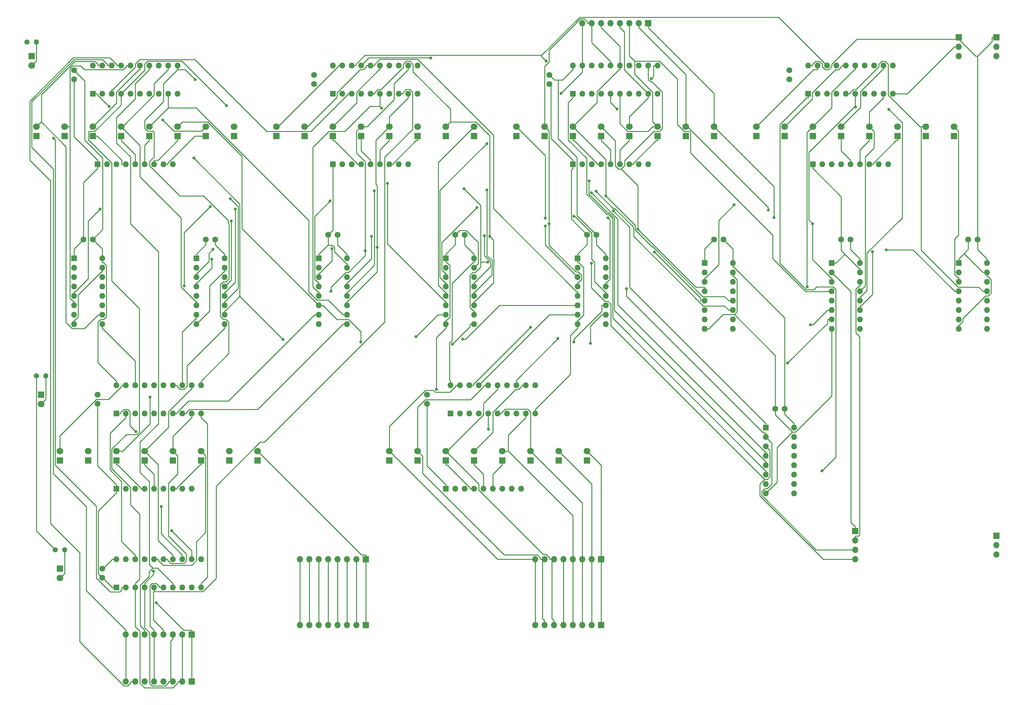
<source format=gbl>
G04 #@! TF.GenerationSoftware,KiCad,Pcbnew,5.1.6-c6e7f7d~87~ubuntu16.04.1*
G04 #@! TF.CreationDate,2022-03-08T12:58:11-05:00*
G04 #@! TF.ProjectId,riscy,72697363-792e-46b6-9963-61645f706362,rev?*
G04 #@! TF.SameCoordinates,Original*
G04 #@! TF.FileFunction,Copper,L2,Bot*
G04 #@! TF.FilePolarity,Positive*
%FSLAX46Y46*%
G04 Gerber Fmt 4.6, Leading zero omitted, Abs format (unit mm)*
G04 Created by KiCad (PCBNEW 5.1.6-c6e7f7d~87~ubuntu16.04.1) date 2022-03-08 12:58:11*
%MOMM*%
%LPD*%
G01*
G04 APERTURE LIST*
G04 #@! TA.AperFunction,ComponentPad*
%ADD10O,1.700000X1.700000*%
G04 #@! TD*
G04 #@! TA.AperFunction,ComponentPad*
%ADD11R,1.700000X1.700000*%
G04 #@! TD*
G04 #@! TA.AperFunction,ComponentPad*
%ADD12O,1.600000X1.600000*%
G04 #@! TD*
G04 #@! TA.AperFunction,ComponentPad*
%ADD13R,1.600000X1.600000*%
G04 #@! TD*
G04 #@! TA.AperFunction,ComponentPad*
%ADD14O,1.400000X1.400000*%
G04 #@! TD*
G04 #@! TA.AperFunction,ComponentPad*
%ADD15C,1.400000*%
G04 #@! TD*
G04 #@! TA.AperFunction,ComponentPad*
%ADD16C,1.800000*%
G04 #@! TD*
G04 #@! TA.AperFunction,ComponentPad*
%ADD17R,1.800000X1.800000*%
G04 #@! TD*
G04 #@! TA.AperFunction,ComponentPad*
%ADD18C,1.600000*%
G04 #@! TD*
G04 #@! TA.AperFunction,ViaPad*
%ADD19C,0.800000*%
G04 #@! TD*
G04 #@! TA.AperFunction,Conductor*
%ADD20C,0.250000*%
G04 #@! TD*
G04 APERTURE END LIST*
D10*
G04 #@! TO.P,J11,3*
G04 #@! TO.N,CLK*
X266700000Y-25400000D03*
G04 #@! TO.P,J11,2*
G04 #@! TO.N,GND*
X266700000Y-22860000D03*
D11*
G04 #@! TO.P,J11,1*
G04 #@! TO.N,+5V*
X266700000Y-20320000D03*
G04 #@! TD*
D12*
G04 #@! TO.P,U16,16*
G04 #@! TO.N,+5V*
X222250000Y-125730000D03*
G04 #@! TO.P,U16,8*
G04 #@! TO.N,GND*
X214630000Y-143510000D03*
G04 #@! TO.P,U16,15*
G04 #@! TO.N,N/C*
X222250000Y-128270000D03*
G04 #@! TO.P,U16,7*
G04 #@! TO.N,Net-(U16-Pad7)*
X214630000Y-140970000D03*
G04 #@! TO.P,U16,14*
G04 #@! TO.N,N/C*
X222250000Y-130810000D03*
G04 #@! TO.P,U16,6*
G04 #@! TO.N,Net-(U16-Pad6)*
X214630000Y-138430000D03*
G04 #@! TO.P,U16,13*
G04 #@! TO.N,N/C*
X222250000Y-133350000D03*
G04 #@! TO.P,U16,5*
G04 #@! TO.N,Net-(U16-Pad5)*
X214630000Y-135890000D03*
G04 #@! TO.P,U16,12*
G04 #@! TO.N,N/C*
X222250000Y-135890000D03*
G04 #@! TO.P,U16,4*
G04 #@! TO.N,Net-(U1-Pad1)*
X214630000Y-133350000D03*
G04 #@! TO.P,U16,11*
G04 #@! TO.N,N/C*
X222250000Y-138430000D03*
G04 #@! TO.P,U16,3*
G04 #@! TO.N,rd1*
X214630000Y-130810000D03*
G04 #@! TO.P,U16,10*
G04 #@! TO.N,N/C*
X222250000Y-140970000D03*
G04 #@! TO.P,U16,2*
G04 #@! TO.N,rd0*
X214630000Y-128270000D03*
G04 #@! TO.P,U16,9*
G04 #@! TO.N,N/C*
X222250000Y-143510000D03*
D13*
G04 #@! TO.P,U16,1*
G04 #@! TO.N,regclk*
X214630000Y-125730000D03*
G04 #@! TD*
D12*
G04 #@! TO.P,U15,20*
G04 #@! TO.N,+5V*
X39370000Y-161290000D03*
G04 #@! TO.P,U15,10*
G04 #@! TO.N,GND*
X62230000Y-168910000D03*
G04 #@! TO.P,U15,19*
G04 #@! TO.N,rdwb*
X41910000Y-161290000D03*
G04 #@! TO.P,U15,9*
G04 #@! TO.N,wb7*
X59690000Y-168910000D03*
G04 #@! TO.P,U15,18*
G04 #@! TO.N,Rrd0*
X44450000Y-161290000D03*
G04 #@! TO.P,U15,8*
G04 #@! TO.N,wb6*
X57150000Y-168910000D03*
G04 #@! TO.P,U15,17*
G04 #@! TO.N,Rrd1*
X46990000Y-161290000D03*
G04 #@! TO.P,U15,7*
G04 #@! TO.N,wb5*
X54610000Y-168910000D03*
G04 #@! TO.P,U15,16*
G04 #@! TO.N,Rrd2*
X49530000Y-161290000D03*
G04 #@! TO.P,U15,6*
G04 #@! TO.N,wb4*
X52070000Y-168910000D03*
G04 #@! TO.P,U15,15*
G04 #@! TO.N,Rrd3*
X52070000Y-161290000D03*
G04 #@! TO.P,U15,5*
G04 #@! TO.N,wb3*
X49530000Y-168910000D03*
G04 #@! TO.P,U15,14*
G04 #@! TO.N,Rrd4*
X54610000Y-161290000D03*
G04 #@! TO.P,U15,4*
G04 #@! TO.N,wb2*
X46990000Y-168910000D03*
G04 #@! TO.P,U15,13*
G04 #@! TO.N,Rrd5*
X57150000Y-161290000D03*
G04 #@! TO.P,U15,3*
G04 #@! TO.N,wb1*
X44450000Y-168910000D03*
G04 #@! TO.P,U15,12*
G04 #@! TO.N,Rrd6*
X59690000Y-161290000D03*
G04 #@! TO.P,U15,2*
G04 #@! TO.N,wb0*
X41910000Y-168910000D03*
G04 #@! TO.P,U15,11*
G04 #@! TO.N,Rrd7*
X62230000Y-161290000D03*
D13*
G04 #@! TO.P,U15,1*
G04 #@! TO.N,GND*
X39370000Y-168910000D03*
G04 #@! TD*
D12*
G04 #@! TO.P,U14,16*
G04 #@! TO.N,+5V*
X274320000Y-81280000D03*
G04 #@! TO.P,U14,8*
G04 #@! TO.N,GND*
X266700000Y-99060000D03*
G04 #@! TO.P,U14,15*
X274320000Y-83820000D03*
G04 #@! TO.P,U14,7*
G04 #@! TO.N,Net-(U14-Pad7)*
X266700000Y-96520000D03*
G04 #@! TO.P,U14,14*
G04 #@! TO.N,rs1*
X274320000Y-86360000D03*
G04 #@! TO.P,U14,6*
G04 #@! TO.N,Net-(D1-Pad2)*
X266700000Y-93980000D03*
G04 #@! TO.P,U14,13*
G04 #@! TO.N,Net-(D26-Pad2)*
X274320000Y-88900000D03*
G04 #@! TO.P,U14,5*
G04 #@! TO.N,Net-(D9-Pad2)*
X266700000Y-91440000D03*
G04 #@! TO.P,U14,12*
G04 #@! TO.N,c1*
X274320000Y-91440000D03*
G04 #@! TO.P,U14,4*
G04 #@! TO.N,c0*
X266700000Y-88900000D03*
G04 #@! TO.P,U14,11*
G04 #@! TO.N,Net-(D10-Pad2)*
X274320000Y-93980000D03*
G04 #@! TO.P,U14,3*
G04 #@! TO.N,Net-(D25-Pad2)*
X266700000Y-86360000D03*
G04 #@! TO.P,U14,10*
G04 #@! TO.N,Net-(D2-Pad2)*
X274320000Y-96520000D03*
G04 #@! TO.P,U14,2*
G04 #@! TO.N,rs0*
X266700000Y-83820000D03*
G04 #@! TO.P,U14,9*
G04 #@! TO.N,Net-(U14-Pad9)*
X274320000Y-99060000D03*
D13*
G04 #@! TO.P,U14,1*
G04 #@! TO.N,GND*
X266700000Y-81280000D03*
G04 #@! TD*
D12*
G04 #@! TO.P,U13,16*
G04 #@! TO.N,+5V*
X240030000Y-81280000D03*
G04 #@! TO.P,U13,8*
G04 #@! TO.N,GND*
X232410000Y-99060000D03*
G04 #@! TO.P,U13,15*
X240030000Y-83820000D03*
G04 #@! TO.P,U13,7*
G04 #@! TO.N,Net-(U13-Pad7)*
X232410000Y-96520000D03*
G04 #@! TO.P,U13,14*
G04 #@! TO.N,rs1*
X240030000Y-86360000D03*
G04 #@! TO.P,U13,6*
G04 #@! TO.N,Net-(D3-Pad2)*
X232410000Y-93980000D03*
G04 #@! TO.P,U13,13*
G04 #@! TO.N,Net-(D28-Pad2)*
X240030000Y-88900000D03*
G04 #@! TO.P,U13,5*
G04 #@! TO.N,Net-(D11-Pad2)*
X232410000Y-91440000D03*
G04 #@! TO.P,U13,12*
G04 #@! TO.N,c3*
X240030000Y-91440000D03*
G04 #@! TO.P,U13,4*
G04 #@! TO.N,c2*
X232410000Y-88900000D03*
G04 #@! TO.P,U13,11*
G04 #@! TO.N,Net-(D12-Pad2)*
X240030000Y-93980000D03*
G04 #@! TO.P,U13,3*
G04 #@! TO.N,Net-(D27-Pad2)*
X232410000Y-86360000D03*
G04 #@! TO.P,U13,10*
G04 #@! TO.N,Net-(D4-Pad2)*
X240030000Y-96520000D03*
G04 #@! TO.P,U13,2*
G04 #@! TO.N,rs0*
X232410000Y-83820000D03*
G04 #@! TO.P,U13,9*
G04 #@! TO.N,Net-(U13-Pad9)*
X240030000Y-99060000D03*
D13*
G04 #@! TO.P,U13,1*
G04 #@! TO.N,GND*
X232410000Y-81280000D03*
G04 #@! TD*
D12*
G04 #@! TO.P,U12,16*
G04 #@! TO.N,+5V*
X205740000Y-81280000D03*
G04 #@! TO.P,U12,8*
G04 #@! TO.N,GND*
X198120000Y-99060000D03*
G04 #@! TO.P,U12,15*
X205740000Y-83820000D03*
G04 #@! TO.P,U12,7*
G04 #@! TO.N,Net-(U12-Pad7)*
X198120000Y-96520000D03*
G04 #@! TO.P,U12,14*
G04 #@! TO.N,rs1*
X205740000Y-86360000D03*
G04 #@! TO.P,U12,6*
G04 #@! TO.N,Net-(D5-Pad2)*
X198120000Y-93980000D03*
G04 #@! TO.P,U12,13*
G04 #@! TO.N,Net-(D30-Pad2)*
X205740000Y-88900000D03*
G04 #@! TO.P,U12,5*
G04 #@! TO.N,Net-(D13-Pad2)*
X198120000Y-91440000D03*
G04 #@! TO.P,U12,12*
G04 #@! TO.N,c5*
X205740000Y-91440000D03*
G04 #@! TO.P,U12,4*
G04 #@! TO.N,c4*
X198120000Y-88900000D03*
G04 #@! TO.P,U12,11*
G04 #@! TO.N,Net-(D14-Pad2)*
X205740000Y-93980000D03*
G04 #@! TO.P,U12,3*
G04 #@! TO.N,Net-(D29-Pad2)*
X198120000Y-86360000D03*
G04 #@! TO.P,U12,10*
G04 #@! TO.N,Net-(D6-Pad2)*
X205740000Y-96520000D03*
G04 #@! TO.P,U12,2*
G04 #@! TO.N,rs0*
X198120000Y-83820000D03*
G04 #@! TO.P,U12,9*
G04 #@! TO.N,Net-(U12-Pad9)*
X205740000Y-99060000D03*
D13*
G04 #@! TO.P,U12,1*
G04 #@! TO.N,GND*
X198120000Y-81280000D03*
G04 #@! TD*
D12*
G04 #@! TO.P,U11,16*
G04 #@! TO.N,+5V*
X171450000Y-80010000D03*
G04 #@! TO.P,U11,8*
G04 #@! TO.N,GND*
X163830000Y-97790000D03*
G04 #@! TO.P,U11,15*
X171450000Y-82550000D03*
G04 #@! TO.P,U11,7*
G04 #@! TO.N,Net-(U11-Pad7)*
X163830000Y-95250000D03*
G04 #@! TO.P,U11,14*
G04 #@! TO.N,rs1*
X171450000Y-85090000D03*
G04 #@! TO.P,U11,6*
G04 #@! TO.N,Net-(D7-Pad2)*
X163830000Y-92710000D03*
G04 #@! TO.P,U11,13*
G04 #@! TO.N,Net-(D32-Pad2)*
X171450000Y-87630000D03*
G04 #@! TO.P,U11,5*
G04 #@! TO.N,Net-(D15-Pad2)*
X163830000Y-90170000D03*
G04 #@! TO.P,U11,12*
G04 #@! TO.N,c7*
X171450000Y-90170000D03*
G04 #@! TO.P,U11,4*
G04 #@! TO.N,c6*
X163830000Y-87630000D03*
G04 #@! TO.P,U11,11*
G04 #@! TO.N,Net-(D16-Pad2)*
X171450000Y-92710000D03*
G04 #@! TO.P,U11,3*
G04 #@! TO.N,Net-(D31-Pad2)*
X163830000Y-85090000D03*
G04 #@! TO.P,U11,10*
G04 #@! TO.N,Net-(D8-Pad2)*
X171450000Y-95250000D03*
G04 #@! TO.P,U11,2*
G04 #@! TO.N,rs0*
X163830000Y-82550000D03*
G04 #@! TO.P,U11,9*
G04 #@! TO.N,Net-(U11-Pad9)*
X171450000Y-97790000D03*
D13*
G04 #@! TO.P,U11,1*
G04 #@! TO.N,GND*
X163830000Y-80010000D03*
G04 #@! TD*
D12*
G04 #@! TO.P,U10,16*
G04 #@! TO.N,+5V*
X135890000Y-80010000D03*
G04 #@! TO.P,U10,8*
G04 #@! TO.N,GND*
X128270000Y-97790000D03*
G04 #@! TO.P,U10,15*
X135890000Y-82550000D03*
G04 #@! TO.P,U10,7*
G04 #@! TO.N,Net-(U10-Pad7)*
X128270000Y-95250000D03*
G04 #@! TO.P,U10,14*
G04 #@! TO.N,rd0*
X135890000Y-85090000D03*
G04 #@! TO.P,U10,6*
G04 #@! TO.N,Net-(D1-Pad2)*
X128270000Y-92710000D03*
G04 #@! TO.P,U10,13*
G04 #@! TO.N,Net-(D26-Pad2)*
X135890000Y-87630000D03*
G04 #@! TO.P,U10,5*
G04 #@! TO.N,Net-(D9-Pad2)*
X128270000Y-90170000D03*
G04 #@! TO.P,U10,12*
G04 #@! TO.N,c1*
X135890000Y-90170000D03*
G04 #@! TO.P,U10,4*
G04 #@! TO.N,c0*
X128270000Y-87630000D03*
G04 #@! TO.P,U10,11*
G04 #@! TO.N,Net-(D10-Pad2)*
X135890000Y-92710000D03*
G04 #@! TO.P,U10,3*
G04 #@! TO.N,Net-(D25-Pad2)*
X128270000Y-85090000D03*
G04 #@! TO.P,U10,10*
G04 #@! TO.N,Net-(D2-Pad2)*
X135890000Y-95250000D03*
G04 #@! TO.P,U10,2*
G04 #@! TO.N,rd1*
X128270000Y-82550000D03*
G04 #@! TO.P,U10,9*
G04 #@! TO.N,Net-(U10-Pad9)*
X135890000Y-97790000D03*
D13*
G04 #@! TO.P,U10,1*
G04 #@! TO.N,GND*
X128270000Y-80010000D03*
G04 #@! TD*
D12*
G04 #@! TO.P,U9,16*
G04 #@! TO.N,+5V*
X101600000Y-80010000D03*
G04 #@! TO.P,U9,8*
G04 #@! TO.N,GND*
X93980000Y-97790000D03*
G04 #@! TO.P,U9,15*
X101600000Y-82550000D03*
G04 #@! TO.P,U9,7*
G04 #@! TO.N,Net-(U5-Pad7)*
X93980000Y-95250000D03*
G04 #@! TO.P,U9,14*
G04 #@! TO.N,rd0*
X101600000Y-85090000D03*
G04 #@! TO.P,U9,6*
G04 #@! TO.N,Net-(D3-Pad2)*
X93980000Y-92710000D03*
G04 #@! TO.P,U9,13*
G04 #@! TO.N,Net-(D28-Pad2)*
X101600000Y-87630000D03*
G04 #@! TO.P,U9,5*
G04 #@! TO.N,Net-(D11-Pad2)*
X93980000Y-90170000D03*
G04 #@! TO.P,U9,12*
G04 #@! TO.N,c3*
X101600000Y-90170000D03*
G04 #@! TO.P,U9,4*
G04 #@! TO.N,c2*
X93980000Y-87630000D03*
G04 #@! TO.P,U9,11*
G04 #@! TO.N,Net-(D12-Pad2)*
X101600000Y-92710000D03*
G04 #@! TO.P,U9,3*
G04 #@! TO.N,Net-(D27-Pad2)*
X93980000Y-85090000D03*
G04 #@! TO.P,U9,10*
G04 #@! TO.N,Net-(D4-Pad2)*
X101600000Y-95250000D03*
G04 #@! TO.P,U9,2*
G04 #@! TO.N,rd1*
X93980000Y-82550000D03*
G04 #@! TO.P,U9,9*
G04 #@! TO.N,Net-(U5-Pad8)*
X101600000Y-97790000D03*
D13*
G04 #@! TO.P,U9,1*
G04 #@! TO.N,GND*
X93980000Y-80010000D03*
G04 #@! TD*
D12*
G04 #@! TO.P,U8,16*
G04 #@! TO.N,+5V*
X68580000Y-80010000D03*
G04 #@! TO.P,U8,8*
G04 #@! TO.N,GND*
X60960000Y-97790000D03*
G04 #@! TO.P,U8,15*
X68580000Y-82550000D03*
G04 #@! TO.P,U8,7*
G04 #@! TO.N,Net-(U5-Pad13)*
X60960000Y-95250000D03*
G04 #@! TO.P,U8,14*
G04 #@! TO.N,rd0*
X68580000Y-85090000D03*
G04 #@! TO.P,U8,6*
G04 #@! TO.N,Net-(D5-Pad2)*
X60960000Y-92710000D03*
G04 #@! TO.P,U8,13*
G04 #@! TO.N,Net-(D30-Pad2)*
X68580000Y-87630000D03*
G04 #@! TO.P,U8,5*
G04 #@! TO.N,Net-(D13-Pad2)*
X60960000Y-90170000D03*
G04 #@! TO.P,U8,12*
G04 #@! TO.N,c5*
X68580000Y-90170000D03*
G04 #@! TO.P,U8,4*
G04 #@! TO.N,c4*
X60960000Y-87630000D03*
G04 #@! TO.P,U8,11*
G04 #@! TO.N,Net-(D14-Pad2)*
X68580000Y-92710000D03*
G04 #@! TO.P,U8,3*
G04 #@! TO.N,Net-(D29-Pad2)*
X60960000Y-85090000D03*
G04 #@! TO.P,U8,10*
G04 #@! TO.N,Net-(D6-Pad2)*
X68580000Y-95250000D03*
G04 #@! TO.P,U8,2*
G04 #@! TO.N,rd1*
X60960000Y-82550000D03*
G04 #@! TO.P,U8,9*
G04 #@! TO.N,Net-(U5-Pad14)*
X68580000Y-97790000D03*
D13*
G04 #@! TO.P,U8,1*
G04 #@! TO.N,GND*
X60960000Y-80010000D03*
G04 #@! TD*
D12*
G04 #@! TO.P,U7,16*
G04 #@! TO.N,+5V*
X35560000Y-80010000D03*
G04 #@! TO.P,U7,8*
G04 #@! TO.N,GND*
X27940000Y-97790000D03*
G04 #@! TO.P,U7,15*
X35560000Y-82550000D03*
G04 #@! TO.P,U7,7*
G04 #@! TO.N,Net-(U5-Pad17)*
X27940000Y-95250000D03*
G04 #@! TO.P,U7,14*
G04 #@! TO.N,rd0*
X35560000Y-85090000D03*
G04 #@! TO.P,U7,6*
G04 #@! TO.N,Net-(D7-Pad2)*
X27940000Y-92710000D03*
G04 #@! TO.P,U7,13*
G04 #@! TO.N,Net-(D32-Pad2)*
X35560000Y-87630000D03*
G04 #@! TO.P,U7,5*
G04 #@! TO.N,Net-(D15-Pad2)*
X27940000Y-90170000D03*
G04 #@! TO.P,U7,12*
G04 #@! TO.N,c7*
X35560000Y-90170000D03*
G04 #@! TO.P,U7,4*
G04 #@! TO.N,c6*
X27940000Y-87630000D03*
G04 #@! TO.P,U7,11*
G04 #@! TO.N,Net-(D16-Pad2)*
X35560000Y-92710000D03*
G04 #@! TO.P,U7,3*
G04 #@! TO.N,Net-(D31-Pad2)*
X27940000Y-85090000D03*
G04 #@! TO.P,U7,10*
G04 #@! TO.N,Net-(D8-Pad2)*
X35560000Y-95250000D03*
G04 #@! TO.P,U7,2*
G04 #@! TO.N,rd1*
X27940000Y-82550000D03*
G04 #@! TO.P,U7,9*
G04 #@! TO.N,Net-(U5-Pad18)*
X35560000Y-97790000D03*
D13*
G04 #@! TO.P,U7,1*
G04 #@! TO.N,GND*
X27940000Y-80010000D03*
G04 #@! TD*
D12*
G04 #@! TO.P,U6,20*
G04 #@! TO.N,+5V*
X129540000Y-114300000D03*
G04 #@! TO.P,U6,10*
G04 #@! TO.N,GND*
X152400000Y-121920000D03*
G04 #@! TO.P,U6,19*
G04 #@! TO.N,Rrs7*
X132080000Y-114300000D03*
G04 #@! TO.P,U6,9*
G04 #@! TO.N,Rrs3*
X149860000Y-121920000D03*
G04 #@! TO.P,U6,18*
G04 #@! TO.N,Net-(U11-Pad9)*
X134620000Y-114300000D03*
G04 #@! TO.P,U6,8*
G04 #@! TO.N,Net-(U13-Pad9)*
X147320000Y-121920000D03*
G04 #@! TO.P,U6,17*
G04 #@! TO.N,Net-(U11-Pad7)*
X137160000Y-114300000D03*
G04 #@! TO.P,U6,7*
G04 #@! TO.N,Net-(U13-Pad7)*
X144780000Y-121920000D03*
G04 #@! TO.P,U6,16*
G04 #@! TO.N,Rrs6*
X139700000Y-114300000D03*
G04 #@! TO.P,U6,6*
G04 #@! TO.N,Rrs2*
X142240000Y-121920000D03*
G04 #@! TO.P,U6,15*
G04 #@! TO.N,Rrs5*
X142240000Y-114300000D03*
G04 #@! TO.P,U6,5*
G04 #@! TO.N,Rrs1*
X139700000Y-121920000D03*
G04 #@! TO.P,U6,14*
G04 #@! TO.N,Net-(U12-Pad9)*
X144780000Y-114300000D03*
G04 #@! TO.P,U6,4*
G04 #@! TO.N,Net-(U14-Pad9)*
X137160000Y-121920000D03*
G04 #@! TO.P,U6,13*
G04 #@! TO.N,Net-(U12-Pad7)*
X147320000Y-114300000D03*
G04 #@! TO.P,U6,3*
G04 #@! TO.N,Net-(U14-Pad7)*
X134620000Y-121920000D03*
G04 #@! TO.P,U6,12*
G04 #@! TO.N,Rrs4*
X149860000Y-114300000D03*
G04 #@! TO.P,U6,2*
G04 #@! TO.N,Rrs0*
X132080000Y-121920000D03*
G04 #@! TO.P,U6,11*
G04 #@! TO.N,CLK*
X152400000Y-114300000D03*
D13*
G04 #@! TO.P,U6,1*
G04 #@! TO.N,rdrsclk*
X129540000Y-121920000D03*
G04 #@! TD*
D12*
G04 #@! TO.P,U5,20*
G04 #@! TO.N,+5V*
X39370000Y-114300000D03*
G04 #@! TO.P,U5,10*
G04 #@! TO.N,GND*
X62230000Y-121920000D03*
G04 #@! TO.P,U5,19*
G04 #@! TO.N,Rrd7*
X41910000Y-114300000D03*
G04 #@! TO.P,U5,9*
G04 #@! TO.N,Rrd3*
X59690000Y-121920000D03*
G04 #@! TO.P,U5,18*
G04 #@! TO.N,Net-(U5-Pad18)*
X44450000Y-114300000D03*
G04 #@! TO.P,U5,8*
G04 #@! TO.N,Net-(U5-Pad8)*
X57150000Y-121920000D03*
G04 #@! TO.P,U5,17*
G04 #@! TO.N,Net-(U5-Pad17)*
X46990000Y-114300000D03*
G04 #@! TO.P,U5,7*
G04 #@! TO.N,Net-(U5-Pad7)*
X54610000Y-121920000D03*
G04 #@! TO.P,U5,16*
G04 #@! TO.N,Rrd6*
X49530000Y-114300000D03*
G04 #@! TO.P,U5,6*
G04 #@! TO.N,Rrd2*
X52070000Y-121920000D03*
G04 #@! TO.P,U5,15*
G04 #@! TO.N,Rrd5*
X52070000Y-114300000D03*
G04 #@! TO.P,U5,5*
G04 #@! TO.N,Rrd1*
X49530000Y-121920000D03*
G04 #@! TO.P,U5,14*
G04 #@! TO.N,Net-(U5-Pad14)*
X54610000Y-114300000D03*
G04 #@! TO.P,U5,4*
G04 #@! TO.N,Net-(U10-Pad9)*
X46990000Y-121920000D03*
G04 #@! TO.P,U5,13*
G04 #@! TO.N,Net-(U5-Pad13)*
X57150000Y-114300000D03*
G04 #@! TO.P,U5,3*
G04 #@! TO.N,Net-(U10-Pad7)*
X44450000Y-121920000D03*
G04 #@! TO.P,U5,12*
G04 #@! TO.N,Rrd4*
X59690000Y-114300000D03*
G04 #@! TO.P,U5,2*
G04 #@! TO.N,Rrd0*
X41910000Y-121920000D03*
G04 #@! TO.P,U5,11*
G04 #@! TO.N,CLK*
X62230000Y-114300000D03*
D13*
G04 #@! TO.P,U5,1*
G04 #@! TO.N,rdrsclk*
X39370000Y-121920000D03*
G04 #@! TD*
D12*
G04 #@! TO.P,U4,20*
G04 #@! TO.N,+5V*
X226060000Y-27940000D03*
G04 #@! TO.P,U4,10*
G04 #@! TO.N,GND*
X248920000Y-35560000D03*
G04 #@! TO.P,U4,19*
G04 #@! TO.N,Net-(D32-Pad2)*
X228600000Y-27940000D03*
G04 #@! TO.P,U4,9*
G04 #@! TO.N,Net-(D28-Pad2)*
X246380000Y-35560000D03*
G04 #@! TO.P,U4,18*
G04 #@! TO.N,wb7*
X231140000Y-27940000D03*
G04 #@! TO.P,U4,8*
G04 #@! TO.N,wb3*
X243840000Y-35560000D03*
G04 #@! TO.P,U4,17*
G04 #@! TO.N,wb6*
X233680000Y-27940000D03*
G04 #@! TO.P,U4,7*
G04 #@! TO.N,wb2*
X241300000Y-35560000D03*
G04 #@! TO.P,U4,16*
G04 #@! TO.N,Net-(D31-Pad2)*
X236220000Y-27940000D03*
G04 #@! TO.P,U4,6*
G04 #@! TO.N,Net-(D27-Pad2)*
X238760000Y-35560000D03*
G04 #@! TO.P,U4,15*
G04 #@! TO.N,Net-(D30-Pad2)*
X238760000Y-27940000D03*
G04 #@! TO.P,U4,5*
G04 #@! TO.N,Net-(D26-Pad2)*
X236220000Y-35560000D03*
G04 #@! TO.P,U4,14*
G04 #@! TO.N,wb5*
X241300000Y-27940000D03*
G04 #@! TO.P,U4,4*
G04 #@! TO.N,wb1*
X233680000Y-35560000D03*
G04 #@! TO.P,U4,13*
G04 #@! TO.N,wb4*
X243840000Y-27940000D03*
G04 #@! TO.P,U4,3*
G04 #@! TO.N,wb0*
X231140000Y-35560000D03*
G04 #@! TO.P,U4,12*
G04 #@! TO.N,Net-(D29-Pad2)*
X246380000Y-27940000D03*
G04 #@! TO.P,U4,2*
G04 #@! TO.N,Net-(D25-Pad2)*
X228600000Y-35560000D03*
G04 #@! TO.P,U4,11*
G04 #@! TO.N,CLK*
X248920000Y-27940000D03*
D13*
G04 #@! TO.P,U4,1*
G04 #@! TO.N,Net-(U16-Pad7)*
X226060000Y-35560000D03*
G04 #@! TD*
D12*
G04 #@! TO.P,U3,20*
G04 #@! TO.N,+5V*
X162560000Y-27940000D03*
G04 #@! TO.P,U3,10*
G04 #@! TO.N,GND*
X185420000Y-35560000D03*
G04 #@! TO.P,U3,19*
G04 #@! TO.N,c7*
X165100000Y-27940000D03*
G04 #@! TO.P,U3,9*
G04 #@! TO.N,c3*
X182880000Y-35560000D03*
G04 #@! TO.P,U3,18*
G04 #@! TO.N,wb7*
X167640000Y-27940000D03*
G04 #@! TO.P,U3,8*
G04 #@! TO.N,wb3*
X180340000Y-35560000D03*
G04 #@! TO.P,U3,17*
G04 #@! TO.N,wb6*
X170180000Y-27940000D03*
G04 #@! TO.P,U3,7*
G04 #@! TO.N,wb2*
X177800000Y-35560000D03*
G04 #@! TO.P,U3,16*
G04 #@! TO.N,c6*
X172720000Y-27940000D03*
G04 #@! TO.P,U3,6*
G04 #@! TO.N,c2*
X175260000Y-35560000D03*
G04 #@! TO.P,U3,15*
G04 #@! TO.N,c5*
X175260000Y-27940000D03*
G04 #@! TO.P,U3,5*
G04 #@! TO.N,c1*
X172720000Y-35560000D03*
G04 #@! TO.P,U3,14*
G04 #@! TO.N,wb5*
X177800000Y-27940000D03*
G04 #@! TO.P,U3,4*
G04 #@! TO.N,wb1*
X170180000Y-35560000D03*
G04 #@! TO.P,U3,13*
G04 #@! TO.N,wb4*
X180340000Y-27940000D03*
G04 #@! TO.P,U3,3*
G04 #@! TO.N,wb0*
X167640000Y-35560000D03*
G04 #@! TO.P,U3,12*
G04 #@! TO.N,c4*
X182880000Y-27940000D03*
G04 #@! TO.P,U3,2*
G04 #@! TO.N,c0*
X165100000Y-35560000D03*
G04 #@! TO.P,U3,11*
G04 #@! TO.N,CLK*
X185420000Y-27940000D03*
D13*
G04 #@! TO.P,U3,1*
G04 #@! TO.N,Net-(U16-Pad6)*
X162560000Y-35560000D03*
G04 #@! TD*
D12*
G04 #@! TO.P,U2,20*
G04 #@! TO.N,+5V*
X97790000Y-27940000D03*
G04 #@! TO.P,U2,10*
G04 #@! TO.N,GND*
X120650000Y-35560000D03*
G04 #@! TO.P,U2,19*
G04 #@! TO.N,Net-(D16-Pad2)*
X100330000Y-27940000D03*
G04 #@! TO.P,U2,9*
G04 #@! TO.N,Net-(D12-Pad2)*
X118110000Y-35560000D03*
G04 #@! TO.P,U2,18*
G04 #@! TO.N,wb7*
X102870000Y-27940000D03*
G04 #@! TO.P,U2,8*
G04 #@! TO.N,wb3*
X115570000Y-35560000D03*
G04 #@! TO.P,U2,17*
G04 #@! TO.N,wb6*
X105410000Y-27940000D03*
G04 #@! TO.P,U2,7*
G04 #@! TO.N,wb2*
X113030000Y-35560000D03*
G04 #@! TO.P,U2,16*
G04 #@! TO.N,Net-(D15-Pad2)*
X107950000Y-27940000D03*
G04 #@! TO.P,U2,6*
G04 #@! TO.N,Net-(D11-Pad2)*
X110490000Y-35560000D03*
G04 #@! TO.P,U2,15*
G04 #@! TO.N,Net-(D14-Pad2)*
X110490000Y-27940000D03*
G04 #@! TO.P,U2,5*
G04 #@! TO.N,Net-(D10-Pad2)*
X107950000Y-35560000D03*
G04 #@! TO.P,U2,14*
G04 #@! TO.N,wb5*
X113030000Y-27940000D03*
G04 #@! TO.P,U2,4*
G04 #@! TO.N,wb1*
X105410000Y-35560000D03*
G04 #@! TO.P,U2,13*
G04 #@! TO.N,wb4*
X115570000Y-27940000D03*
G04 #@! TO.P,U2,3*
G04 #@! TO.N,wb0*
X102870000Y-35560000D03*
G04 #@! TO.P,U2,12*
G04 #@! TO.N,Net-(D13-Pad2)*
X118110000Y-27940000D03*
G04 #@! TO.P,U2,2*
G04 #@! TO.N,Net-(D9-Pad2)*
X100330000Y-35560000D03*
G04 #@! TO.P,U2,11*
G04 #@! TO.N,CLK*
X120650000Y-27940000D03*
D13*
G04 #@! TO.P,U2,1*
G04 #@! TO.N,Net-(U16-Pad5)*
X97790000Y-35560000D03*
G04 #@! TD*
D12*
G04 #@! TO.P,U1,20*
G04 #@! TO.N,+5V*
X33020000Y-27940000D03*
G04 #@! TO.P,U1,10*
G04 #@! TO.N,GND*
X55880000Y-35560000D03*
G04 #@! TO.P,U1,19*
G04 #@! TO.N,Net-(D8-Pad2)*
X35560000Y-27940000D03*
G04 #@! TO.P,U1,9*
G04 #@! TO.N,Net-(D4-Pad2)*
X53340000Y-35560000D03*
G04 #@! TO.P,U1,18*
G04 #@! TO.N,wb7*
X38100000Y-27940000D03*
G04 #@! TO.P,U1,8*
G04 #@! TO.N,wb3*
X50800000Y-35560000D03*
G04 #@! TO.P,U1,17*
G04 #@! TO.N,wb6*
X40640000Y-27940000D03*
G04 #@! TO.P,U1,7*
G04 #@! TO.N,wb2*
X48260000Y-35560000D03*
G04 #@! TO.P,U1,16*
G04 #@! TO.N,Net-(D7-Pad2)*
X43180000Y-27940000D03*
G04 #@! TO.P,U1,6*
G04 #@! TO.N,Net-(D3-Pad2)*
X45720000Y-35560000D03*
G04 #@! TO.P,U1,15*
G04 #@! TO.N,Net-(D6-Pad2)*
X45720000Y-27940000D03*
G04 #@! TO.P,U1,5*
G04 #@! TO.N,Net-(D2-Pad2)*
X43180000Y-35560000D03*
G04 #@! TO.P,U1,14*
G04 #@! TO.N,wb5*
X48260000Y-27940000D03*
G04 #@! TO.P,U1,4*
G04 #@! TO.N,wb1*
X40640000Y-35560000D03*
G04 #@! TO.P,U1,13*
G04 #@! TO.N,wb4*
X50800000Y-27940000D03*
G04 #@! TO.P,U1,3*
G04 #@! TO.N,wb0*
X38100000Y-35560000D03*
G04 #@! TO.P,U1,12*
G04 #@! TO.N,Net-(D5-Pad2)*
X53340000Y-27940000D03*
G04 #@! TO.P,U1,2*
G04 #@! TO.N,Net-(D1-Pad2)*
X35560000Y-35560000D03*
G04 #@! TO.P,U1,11*
G04 #@! TO.N,CLK*
X55880000Y-27940000D03*
D13*
G04 #@! TO.P,U1,1*
G04 #@! TO.N,Net-(U1-Pad1)*
X33020000Y-35560000D03*
G04 #@! TD*
D12*
G04 #@! TO.P,RN6,9*
G04 #@! TO.N,Net-(D41-Pad1)*
X148590000Y-142240000D03*
G04 #@! TO.P,RN6,8*
G04 #@! TO.N,Net-(D42-Pad1)*
X146050000Y-142240000D03*
G04 #@! TO.P,RN6,7*
G04 #@! TO.N,Net-(D43-Pad1)*
X143510000Y-142240000D03*
G04 #@! TO.P,RN6,6*
G04 #@! TO.N,Net-(D44-Pad1)*
X140970000Y-142240000D03*
G04 #@! TO.P,RN6,5*
G04 #@! TO.N,Net-(D45-Pad1)*
X138430000Y-142240000D03*
G04 #@! TO.P,RN6,4*
G04 #@! TO.N,Net-(D46-Pad1)*
X135890000Y-142240000D03*
G04 #@! TO.P,RN6,3*
G04 #@! TO.N,Net-(D47-Pad1)*
X133350000Y-142240000D03*
G04 #@! TO.P,RN6,2*
G04 #@! TO.N,Net-(D48-Pad1)*
X130810000Y-142240000D03*
D13*
G04 #@! TO.P,RN6,1*
G04 #@! TO.N,GND*
X128270000Y-142240000D03*
G04 #@! TD*
D12*
G04 #@! TO.P,RN5,9*
G04 #@! TO.N,Net-(D33-Pad1)*
X59690000Y-142240000D03*
G04 #@! TO.P,RN5,8*
G04 #@! TO.N,Net-(D34-Pad1)*
X57150000Y-142240000D03*
G04 #@! TO.P,RN5,7*
G04 #@! TO.N,Net-(D35-Pad1)*
X54610000Y-142240000D03*
G04 #@! TO.P,RN5,6*
G04 #@! TO.N,Net-(D36-Pad1)*
X52070000Y-142240000D03*
G04 #@! TO.P,RN5,5*
G04 #@! TO.N,Net-(D37-Pad1)*
X49530000Y-142240000D03*
G04 #@! TO.P,RN5,4*
G04 #@! TO.N,Net-(D38-Pad1)*
X46990000Y-142240000D03*
G04 #@! TO.P,RN5,3*
G04 #@! TO.N,Net-(D39-Pad1)*
X44450000Y-142240000D03*
G04 #@! TO.P,RN5,2*
G04 #@! TO.N,Net-(D40-Pad1)*
X41910000Y-142240000D03*
D13*
G04 #@! TO.P,RN5,1*
G04 #@! TO.N,GND*
X39370000Y-142240000D03*
G04 #@! TD*
D12*
G04 #@! TO.P,RN4,9*
G04 #@! TO.N,Net-(D25-Pad1)*
X247650000Y-54610000D03*
G04 #@! TO.P,RN4,8*
G04 #@! TO.N,Net-(D26-Pad1)*
X245110000Y-54610000D03*
G04 #@! TO.P,RN4,7*
G04 #@! TO.N,Net-(D27-Pad1)*
X242570000Y-54610000D03*
G04 #@! TO.P,RN4,6*
G04 #@! TO.N,Net-(D28-Pad1)*
X240030000Y-54610000D03*
G04 #@! TO.P,RN4,5*
G04 #@! TO.N,Net-(D29-Pad1)*
X237490000Y-54610000D03*
G04 #@! TO.P,RN4,4*
G04 #@! TO.N,Net-(D30-Pad1)*
X234950000Y-54610000D03*
G04 #@! TO.P,RN4,3*
G04 #@! TO.N,Net-(D31-Pad1)*
X232410000Y-54610000D03*
G04 #@! TO.P,RN4,2*
G04 #@! TO.N,Net-(D32-Pad1)*
X229870000Y-54610000D03*
D13*
G04 #@! TO.P,RN4,1*
G04 #@! TO.N,GND*
X227330000Y-54610000D03*
G04 #@! TD*
D12*
G04 #@! TO.P,RN3,9*
G04 #@! TO.N,Net-(D17-Pad1)*
X182880000Y-54610000D03*
G04 #@! TO.P,RN3,8*
G04 #@! TO.N,Net-(D18-Pad1)*
X180340000Y-54610000D03*
G04 #@! TO.P,RN3,7*
G04 #@! TO.N,Net-(D19-Pad1)*
X177800000Y-54610000D03*
G04 #@! TO.P,RN3,6*
G04 #@! TO.N,Net-(D20-Pad1)*
X175260000Y-54610000D03*
G04 #@! TO.P,RN3,5*
G04 #@! TO.N,Net-(D21-Pad1)*
X172720000Y-54610000D03*
G04 #@! TO.P,RN3,4*
G04 #@! TO.N,Net-(D22-Pad1)*
X170180000Y-54610000D03*
G04 #@! TO.P,RN3,3*
G04 #@! TO.N,Net-(D23-Pad1)*
X167640000Y-54610000D03*
G04 #@! TO.P,RN3,2*
G04 #@! TO.N,Net-(D24-Pad1)*
X165100000Y-54610000D03*
D13*
G04 #@! TO.P,RN3,1*
G04 #@! TO.N,GND*
X162560000Y-54610000D03*
G04 #@! TD*
D12*
G04 #@! TO.P,RN2,9*
G04 #@! TO.N,Net-(D9-Pad1)*
X118110000Y-54610000D03*
G04 #@! TO.P,RN2,8*
G04 #@! TO.N,Net-(D10-Pad1)*
X115570000Y-54610000D03*
G04 #@! TO.P,RN2,7*
G04 #@! TO.N,Net-(D11-Pad1)*
X113030000Y-54610000D03*
G04 #@! TO.P,RN2,6*
G04 #@! TO.N,Net-(D12-Pad1)*
X110490000Y-54610000D03*
G04 #@! TO.P,RN2,5*
G04 #@! TO.N,Net-(D13-Pad1)*
X107950000Y-54610000D03*
G04 #@! TO.P,RN2,4*
G04 #@! TO.N,Net-(D14-Pad1)*
X105410000Y-54610000D03*
G04 #@! TO.P,RN2,3*
G04 #@! TO.N,Net-(D15-Pad1)*
X102870000Y-54610000D03*
G04 #@! TO.P,RN2,2*
G04 #@! TO.N,Net-(D16-Pad1)*
X100330000Y-54610000D03*
D13*
G04 #@! TO.P,RN2,1*
G04 #@! TO.N,GND*
X97790000Y-54610000D03*
G04 #@! TD*
D12*
G04 #@! TO.P,RN1,9*
G04 #@! TO.N,Net-(D1-Pad1)*
X54610000Y-54610000D03*
G04 #@! TO.P,RN1,8*
G04 #@! TO.N,Net-(D2-Pad1)*
X52070000Y-54610000D03*
G04 #@! TO.P,RN1,7*
G04 #@! TO.N,Net-(D3-Pad1)*
X49530000Y-54610000D03*
G04 #@! TO.P,RN1,6*
G04 #@! TO.N,Net-(D4-Pad1)*
X46990000Y-54610000D03*
G04 #@! TO.P,RN1,5*
G04 #@! TO.N,Net-(D5-Pad1)*
X44450000Y-54610000D03*
G04 #@! TO.P,RN1,4*
G04 #@! TO.N,Net-(D6-Pad1)*
X41910000Y-54610000D03*
G04 #@! TO.P,RN1,3*
G04 #@! TO.N,Net-(D7-Pad1)*
X39370000Y-54610000D03*
G04 #@! TO.P,RN1,2*
G04 #@! TO.N,Net-(D8-Pad1)*
X36830000Y-54610000D03*
D13*
G04 #@! TO.P,RN1,1*
G04 #@! TO.N,GND*
X34290000Y-54610000D03*
G04 #@! TD*
D14*
G04 #@! TO.P,R3,2*
G04 #@! TO.N,Net-(D51-Pad2)*
X25400000Y-158750000D03*
D15*
G04 #@! TO.P,R3,1*
G04 #@! TO.N,+5V*
X22860000Y-158750000D03*
G04 #@! TD*
D14*
G04 #@! TO.P,R2,2*
G04 #@! TO.N,Net-(D50-Pad2)*
X20320000Y-111760000D03*
D15*
G04 #@! TO.P,R2,1*
G04 #@! TO.N,+5V*
X17780000Y-111760000D03*
G04 #@! TD*
D14*
G04 #@! TO.P,R1,2*
G04 #@! TO.N,Net-(D49-Pad2)*
X17780000Y-21590000D03*
D15*
G04 #@! TO.P,R1,1*
G04 #@! TO.N,+5V*
X15240000Y-21590000D03*
G04 #@! TD*
D10*
G04 #@! TO.P,J10,3*
G04 #@! TO.N,rdwb*
X276860000Y-160020000D03*
G04 #@! TO.P,J10,2*
G04 #@! TO.N,rdrsclk*
X276860000Y-157480000D03*
D11*
G04 #@! TO.P,J10,1*
G04 #@! TO.N,regclk*
X276860000Y-154940000D03*
G04 #@! TD*
D10*
G04 #@! TO.P,J9,4*
G04 #@! TO.N,rd1*
X238760000Y-161290000D03*
G04 #@! TO.P,J9,3*
G04 #@! TO.N,rd0*
X238760000Y-158750000D03*
G04 #@! TO.P,J9,2*
G04 #@! TO.N,rs1*
X238760000Y-156210000D03*
D11*
G04 #@! TO.P,J9,1*
G04 #@! TO.N,rs0*
X238760000Y-153670000D03*
G04 #@! TD*
D10*
G04 #@! TO.P,J8,8*
G04 #@! TO.N,c7*
X165100000Y-16510000D03*
G04 #@! TO.P,J8,7*
G04 #@! TO.N,c6*
X167640000Y-16510000D03*
G04 #@! TO.P,J8,6*
G04 #@! TO.N,c5*
X170180000Y-16510000D03*
G04 #@! TO.P,J8,5*
G04 #@! TO.N,c4*
X172720000Y-16510000D03*
G04 #@! TO.P,J8,4*
G04 #@! TO.N,c3*
X175260000Y-16510000D03*
G04 #@! TO.P,J8,3*
G04 #@! TO.N,c2*
X177800000Y-16510000D03*
G04 #@! TO.P,J8,2*
G04 #@! TO.N,c1*
X180340000Y-16510000D03*
D11*
G04 #@! TO.P,J8,1*
G04 #@! TO.N,c0*
X182880000Y-16510000D03*
G04 #@! TD*
D10*
G04 #@! TO.P,J7,8*
G04 #@! TO.N,Rrs7*
X152400000Y-161290000D03*
G04 #@! TO.P,J7,7*
G04 #@! TO.N,Rrs6*
X154940000Y-161290000D03*
G04 #@! TO.P,J7,6*
G04 #@! TO.N,Rrs5*
X157480000Y-161290000D03*
G04 #@! TO.P,J7,5*
G04 #@! TO.N,Rrs4*
X160020000Y-161290000D03*
G04 #@! TO.P,J7,4*
G04 #@! TO.N,Rrs3*
X162560000Y-161290000D03*
G04 #@! TO.P,J7,3*
G04 #@! TO.N,Rrs2*
X165100000Y-161290000D03*
G04 #@! TO.P,J7,2*
G04 #@! TO.N,Rrs1*
X167640000Y-161290000D03*
D11*
G04 #@! TO.P,J7,1*
G04 #@! TO.N,Rrs0*
X170180000Y-161290000D03*
G04 #@! TD*
D10*
G04 #@! TO.P,J6,8*
G04 #@! TO.N,Rrs7*
X152400000Y-179070000D03*
G04 #@! TO.P,J6,7*
G04 #@! TO.N,Rrs6*
X154940000Y-179070000D03*
G04 #@! TO.P,J6,6*
G04 #@! TO.N,Rrs5*
X157480000Y-179070000D03*
G04 #@! TO.P,J6,5*
G04 #@! TO.N,Rrs4*
X160020000Y-179070000D03*
G04 #@! TO.P,J6,4*
G04 #@! TO.N,Rrs3*
X162560000Y-179070000D03*
G04 #@! TO.P,J6,3*
G04 #@! TO.N,Rrs2*
X165100000Y-179070000D03*
G04 #@! TO.P,J6,2*
G04 #@! TO.N,Rrs1*
X167640000Y-179070000D03*
D11*
G04 #@! TO.P,J6,1*
G04 #@! TO.N,Rrs0*
X170180000Y-179070000D03*
G04 #@! TD*
D10*
G04 #@! TO.P,J5,8*
G04 #@! TO.N,Rrd7*
X88900000Y-179070000D03*
G04 #@! TO.P,J5,7*
G04 #@! TO.N,Rrd6*
X91440000Y-179070000D03*
G04 #@! TO.P,J5,6*
G04 #@! TO.N,Rrd5*
X93980000Y-179070000D03*
G04 #@! TO.P,J5,5*
G04 #@! TO.N,Rrd4*
X96520000Y-179070000D03*
G04 #@! TO.P,J5,4*
G04 #@! TO.N,Rrd3*
X99060000Y-179070000D03*
G04 #@! TO.P,J5,3*
G04 #@! TO.N,Rrd2*
X101600000Y-179070000D03*
G04 #@! TO.P,J5,2*
G04 #@! TO.N,Rrd1*
X104140000Y-179070000D03*
D11*
G04 #@! TO.P,J5,1*
G04 #@! TO.N,Rrd0*
X106680000Y-179070000D03*
G04 #@! TD*
D10*
G04 #@! TO.P,J4,8*
G04 #@! TO.N,Rrd7*
X88900000Y-161290000D03*
G04 #@! TO.P,J4,7*
G04 #@! TO.N,Rrd6*
X91440000Y-161290000D03*
G04 #@! TO.P,J4,6*
G04 #@! TO.N,Rrd5*
X93980000Y-161290000D03*
G04 #@! TO.P,J4,5*
G04 #@! TO.N,Rrd4*
X96520000Y-161290000D03*
G04 #@! TO.P,J4,4*
G04 #@! TO.N,Rrd3*
X99060000Y-161290000D03*
G04 #@! TO.P,J4,3*
G04 #@! TO.N,Rrd2*
X101600000Y-161290000D03*
G04 #@! TO.P,J4,2*
G04 #@! TO.N,Rrd1*
X104140000Y-161290000D03*
D11*
G04 #@! TO.P,J4,1*
G04 #@! TO.N,Rrd0*
X106680000Y-161290000D03*
G04 #@! TD*
D10*
G04 #@! TO.P,J3,8*
G04 #@! TO.N,wb7*
X41910000Y-181610000D03*
G04 #@! TO.P,J3,7*
G04 #@! TO.N,wb6*
X44450000Y-181610000D03*
G04 #@! TO.P,J3,6*
G04 #@! TO.N,wb5*
X46990000Y-181610000D03*
G04 #@! TO.P,J3,5*
G04 #@! TO.N,wb4*
X49530000Y-181610000D03*
G04 #@! TO.P,J3,4*
G04 #@! TO.N,wb3*
X52070000Y-181610000D03*
G04 #@! TO.P,J3,3*
G04 #@! TO.N,wb2*
X54610000Y-181610000D03*
G04 #@! TO.P,J3,2*
G04 #@! TO.N,wb1*
X57150000Y-181610000D03*
D11*
G04 #@! TO.P,J3,1*
G04 #@! TO.N,wb0*
X59690000Y-181610000D03*
G04 #@! TD*
D10*
G04 #@! TO.P,J2,8*
G04 #@! TO.N,wb7*
X41910000Y-194310000D03*
G04 #@! TO.P,J2,7*
G04 #@! TO.N,wb6*
X44450000Y-194310000D03*
G04 #@! TO.P,J2,6*
G04 #@! TO.N,wb5*
X46990000Y-194310000D03*
G04 #@! TO.P,J2,5*
G04 #@! TO.N,wb4*
X49530000Y-194310000D03*
G04 #@! TO.P,J2,4*
G04 #@! TO.N,wb3*
X52070000Y-194310000D03*
G04 #@! TO.P,J2,3*
G04 #@! TO.N,wb2*
X54610000Y-194310000D03*
G04 #@! TO.P,J2,2*
G04 #@! TO.N,wb1*
X57150000Y-194310000D03*
D11*
G04 #@! TO.P,J2,1*
G04 #@! TO.N,wb0*
X59690000Y-194310000D03*
G04 #@! TD*
D10*
G04 #@! TO.P,J1,3*
G04 #@! TO.N,CLK*
X276860000Y-25400000D03*
G04 #@! TO.P,J1,2*
G04 #@! TO.N,GND*
X276860000Y-22860000D03*
D11*
G04 #@! TO.P,J1,1*
G04 #@! TO.N,+5V*
X276860000Y-20320000D03*
G04 #@! TD*
D16*
G04 #@! TO.P,D51,2*
G04 #@! TO.N,Net-(D51-Pad2)*
X24130000Y-166370000D03*
D17*
G04 #@! TO.P,D51,1*
G04 #@! TO.N,rdwb*
X24130000Y-163830000D03*
G04 #@! TD*
D16*
G04 #@! TO.P,D50,2*
G04 #@! TO.N,Net-(D50-Pad2)*
X19050000Y-119380000D03*
D17*
G04 #@! TO.P,D50,1*
G04 #@! TO.N,rdrsclk*
X19050000Y-116840000D03*
G04 #@! TD*
D16*
G04 #@! TO.P,D49,2*
G04 #@! TO.N,Net-(D49-Pad2)*
X16510000Y-27940000D03*
D17*
G04 #@! TO.P,D49,1*
G04 #@! TO.N,regclk*
X16510000Y-25400000D03*
G04 #@! TD*
D16*
G04 #@! TO.P,D48,2*
G04 #@! TO.N,Rrs7*
X113030000Y-132080000D03*
D17*
G04 #@! TO.P,D48,1*
G04 #@! TO.N,Net-(D48-Pad1)*
X113030000Y-134620000D03*
G04 #@! TD*
D16*
G04 #@! TO.P,D47,2*
G04 #@! TO.N,Rrs6*
X120650000Y-132080000D03*
D17*
G04 #@! TO.P,D47,1*
G04 #@! TO.N,Net-(D47-Pad1)*
X120650000Y-134620000D03*
G04 #@! TD*
D16*
G04 #@! TO.P,D46,2*
G04 #@! TO.N,Rrs5*
X128270000Y-132080000D03*
D17*
G04 #@! TO.P,D46,1*
G04 #@! TO.N,Net-(D46-Pad1)*
X128270000Y-134620000D03*
G04 #@! TD*
D16*
G04 #@! TO.P,D45,2*
G04 #@! TO.N,Rrs4*
X135890000Y-132080000D03*
D17*
G04 #@! TO.P,D45,1*
G04 #@! TO.N,Net-(D45-Pad1)*
X135890000Y-134620000D03*
G04 #@! TD*
D16*
G04 #@! TO.P,D44,2*
G04 #@! TO.N,Rrs3*
X143510000Y-132080000D03*
D17*
G04 #@! TO.P,D44,1*
G04 #@! TO.N,Net-(D44-Pad1)*
X143510000Y-134620000D03*
G04 #@! TD*
D16*
G04 #@! TO.P,D43,2*
G04 #@! TO.N,Rrs2*
X151130000Y-132080000D03*
D17*
G04 #@! TO.P,D43,1*
G04 #@! TO.N,Net-(D43-Pad1)*
X151130000Y-134620000D03*
G04 #@! TD*
D16*
G04 #@! TO.P,D42,2*
G04 #@! TO.N,Rrs1*
X158750000Y-132080000D03*
D17*
G04 #@! TO.P,D42,1*
G04 #@! TO.N,Net-(D42-Pad1)*
X158750000Y-134620000D03*
G04 #@! TD*
D16*
G04 #@! TO.P,D41,2*
G04 #@! TO.N,Rrs0*
X166370000Y-132080000D03*
D17*
G04 #@! TO.P,D41,1*
G04 #@! TO.N,Net-(D41-Pad1)*
X166370000Y-134620000D03*
G04 #@! TD*
D16*
G04 #@! TO.P,D40,2*
G04 #@! TO.N,Rrd7*
X24130000Y-132080000D03*
D17*
G04 #@! TO.P,D40,1*
G04 #@! TO.N,Net-(D40-Pad1)*
X24130000Y-134620000D03*
G04 #@! TD*
D16*
G04 #@! TO.P,D39,2*
G04 #@! TO.N,Rrd6*
X31750000Y-132080000D03*
D17*
G04 #@! TO.P,D39,1*
G04 #@! TO.N,Net-(D39-Pad1)*
X31750000Y-134620000D03*
G04 #@! TD*
D16*
G04 #@! TO.P,D38,2*
G04 #@! TO.N,Rrd5*
X39370000Y-132080000D03*
D17*
G04 #@! TO.P,D38,1*
G04 #@! TO.N,Net-(D38-Pad1)*
X39370000Y-134620000D03*
G04 #@! TD*
D16*
G04 #@! TO.P,D37,2*
G04 #@! TO.N,Rrd4*
X46990000Y-132080000D03*
D17*
G04 #@! TO.P,D37,1*
G04 #@! TO.N,Net-(D37-Pad1)*
X46990000Y-134620000D03*
G04 #@! TD*
D16*
G04 #@! TO.P,D36,2*
G04 #@! TO.N,Rrd3*
X54610000Y-132080000D03*
D17*
G04 #@! TO.P,D36,1*
G04 #@! TO.N,Net-(D36-Pad1)*
X54610000Y-134620000D03*
G04 #@! TD*
D16*
G04 #@! TO.P,D35,2*
G04 #@! TO.N,Rrd2*
X62230000Y-132080000D03*
D17*
G04 #@! TO.P,D35,1*
G04 #@! TO.N,Net-(D35-Pad1)*
X62230000Y-134620000D03*
G04 #@! TD*
D16*
G04 #@! TO.P,D34,2*
G04 #@! TO.N,Rrd1*
X69850000Y-132080000D03*
D17*
G04 #@! TO.P,D34,1*
G04 #@! TO.N,Net-(D34-Pad1)*
X69850000Y-134620000D03*
G04 #@! TD*
D16*
G04 #@! TO.P,D33,2*
G04 #@! TO.N,Rrd0*
X77470000Y-132080000D03*
D17*
G04 #@! TO.P,D33,1*
G04 #@! TO.N,Net-(D33-Pad1)*
X77470000Y-134620000D03*
G04 #@! TD*
D16*
G04 #@! TO.P,D32,2*
G04 #@! TO.N,Net-(D32-Pad2)*
X212090000Y-44450000D03*
D17*
G04 #@! TO.P,D32,1*
G04 #@! TO.N,Net-(D32-Pad1)*
X212090000Y-46990000D03*
G04 #@! TD*
D16*
G04 #@! TO.P,D31,2*
G04 #@! TO.N,Net-(D31-Pad2)*
X219710000Y-44450000D03*
D17*
G04 #@! TO.P,D31,1*
G04 #@! TO.N,Net-(D31-Pad1)*
X219710000Y-46990000D03*
G04 #@! TD*
D16*
G04 #@! TO.P,D30,2*
G04 #@! TO.N,Net-(D30-Pad2)*
X227330000Y-44450000D03*
D17*
G04 #@! TO.P,D30,1*
G04 #@! TO.N,Net-(D30-Pad1)*
X227330000Y-46990000D03*
G04 #@! TD*
D16*
G04 #@! TO.P,D29,2*
G04 #@! TO.N,Net-(D29-Pad2)*
X234950000Y-44450000D03*
D17*
G04 #@! TO.P,D29,1*
G04 #@! TO.N,Net-(D29-Pad1)*
X234950000Y-46990000D03*
G04 #@! TD*
D16*
G04 #@! TO.P,D28,2*
G04 #@! TO.N,Net-(D28-Pad2)*
X242570000Y-44450000D03*
D17*
G04 #@! TO.P,D28,1*
G04 #@! TO.N,Net-(D28-Pad1)*
X242570000Y-46990000D03*
G04 #@! TD*
D16*
G04 #@! TO.P,D27,2*
G04 #@! TO.N,Net-(D27-Pad2)*
X250190000Y-44450000D03*
D17*
G04 #@! TO.P,D27,1*
G04 #@! TO.N,Net-(D27-Pad1)*
X250190000Y-46990000D03*
G04 #@! TD*
D16*
G04 #@! TO.P,D26,2*
G04 #@! TO.N,Net-(D26-Pad2)*
X257810000Y-44450000D03*
D17*
G04 #@! TO.P,D26,1*
G04 #@! TO.N,Net-(D26-Pad1)*
X257810000Y-46990000D03*
G04 #@! TD*
D16*
G04 #@! TO.P,D25,2*
G04 #@! TO.N,Net-(D25-Pad2)*
X265430000Y-44450000D03*
D17*
G04 #@! TO.P,D25,1*
G04 #@! TO.N,Net-(D25-Pad1)*
X265430000Y-46990000D03*
G04 #@! TD*
D16*
G04 #@! TO.P,D24,2*
G04 #@! TO.N,c7*
X147320000Y-44450000D03*
D17*
G04 #@! TO.P,D24,1*
G04 #@! TO.N,Net-(D24-Pad1)*
X147320000Y-46990000D03*
G04 #@! TD*
D16*
G04 #@! TO.P,D23,2*
G04 #@! TO.N,c6*
X154940000Y-44450000D03*
D17*
G04 #@! TO.P,D23,1*
G04 #@! TO.N,Net-(D23-Pad1)*
X154940000Y-46990000D03*
G04 #@! TD*
D16*
G04 #@! TO.P,D22,2*
G04 #@! TO.N,c5*
X162560000Y-44450000D03*
D17*
G04 #@! TO.P,D22,1*
G04 #@! TO.N,Net-(D22-Pad1)*
X162560000Y-46990000D03*
G04 #@! TD*
D16*
G04 #@! TO.P,D21,2*
G04 #@! TO.N,c4*
X170180000Y-44450000D03*
D17*
G04 #@! TO.P,D21,1*
G04 #@! TO.N,Net-(D21-Pad1)*
X170180000Y-46990000D03*
G04 #@! TD*
D16*
G04 #@! TO.P,D20,2*
G04 #@! TO.N,c3*
X177800000Y-44450000D03*
D17*
G04 #@! TO.P,D20,1*
G04 #@! TO.N,Net-(D20-Pad1)*
X177800000Y-46990000D03*
G04 #@! TD*
D16*
G04 #@! TO.P,D19,2*
G04 #@! TO.N,c2*
X185420000Y-44450000D03*
D17*
G04 #@! TO.P,D19,1*
G04 #@! TO.N,Net-(D19-Pad1)*
X185420000Y-46990000D03*
G04 #@! TD*
D16*
G04 #@! TO.P,D18,2*
G04 #@! TO.N,c1*
X193040000Y-44450000D03*
D17*
G04 #@! TO.P,D18,1*
G04 #@! TO.N,Net-(D18-Pad1)*
X193040000Y-46990000D03*
G04 #@! TD*
D16*
G04 #@! TO.P,D17,2*
G04 #@! TO.N,c0*
X200660000Y-44450000D03*
D17*
G04 #@! TO.P,D17,1*
G04 #@! TO.N,Net-(D17-Pad1)*
X200660000Y-46990000D03*
G04 #@! TD*
D16*
G04 #@! TO.P,D16,2*
G04 #@! TO.N,Net-(D16-Pad2)*
X82550000Y-44450000D03*
D17*
G04 #@! TO.P,D16,1*
G04 #@! TO.N,Net-(D16-Pad1)*
X82550000Y-46990000D03*
G04 #@! TD*
D16*
G04 #@! TO.P,D15,2*
G04 #@! TO.N,Net-(D15-Pad2)*
X90170000Y-44450000D03*
D17*
G04 #@! TO.P,D15,1*
G04 #@! TO.N,Net-(D15-Pad1)*
X90170000Y-46990000D03*
G04 #@! TD*
D16*
G04 #@! TO.P,D14,2*
G04 #@! TO.N,Net-(D14-Pad2)*
X97790000Y-44450000D03*
D17*
G04 #@! TO.P,D14,1*
G04 #@! TO.N,Net-(D14-Pad1)*
X97790000Y-46990000D03*
G04 #@! TD*
D16*
G04 #@! TO.P,D13,2*
G04 #@! TO.N,Net-(D13-Pad2)*
X105410000Y-44450000D03*
D17*
G04 #@! TO.P,D13,1*
G04 #@! TO.N,Net-(D13-Pad1)*
X105410000Y-46990000D03*
G04 #@! TD*
D16*
G04 #@! TO.P,D12,2*
G04 #@! TO.N,Net-(D12-Pad2)*
X113030000Y-44450000D03*
D17*
G04 #@! TO.P,D12,1*
G04 #@! TO.N,Net-(D12-Pad1)*
X113030000Y-46990000D03*
G04 #@! TD*
D16*
G04 #@! TO.P,D11,2*
G04 #@! TO.N,Net-(D11-Pad2)*
X120650000Y-44450000D03*
D17*
G04 #@! TO.P,D11,1*
G04 #@! TO.N,Net-(D11-Pad1)*
X120650000Y-46990000D03*
G04 #@! TD*
D16*
G04 #@! TO.P,D10,2*
G04 #@! TO.N,Net-(D10-Pad2)*
X128270000Y-44450000D03*
D17*
G04 #@! TO.P,D10,1*
G04 #@! TO.N,Net-(D10-Pad1)*
X128270000Y-46990000D03*
G04 #@! TD*
D16*
G04 #@! TO.P,D9,2*
G04 #@! TO.N,Net-(D9-Pad2)*
X135890000Y-44450000D03*
D17*
G04 #@! TO.P,D9,1*
G04 #@! TO.N,Net-(D9-Pad1)*
X135890000Y-46990000D03*
G04 #@! TD*
D16*
G04 #@! TO.P,D8,2*
G04 #@! TO.N,Net-(D8-Pad2)*
X17780000Y-44450000D03*
D17*
G04 #@! TO.P,D8,1*
G04 #@! TO.N,Net-(D8-Pad1)*
X17780000Y-46990000D03*
G04 #@! TD*
D16*
G04 #@! TO.P,D7,2*
G04 #@! TO.N,Net-(D7-Pad2)*
X25400000Y-44450000D03*
D17*
G04 #@! TO.P,D7,1*
G04 #@! TO.N,Net-(D7-Pad1)*
X25400000Y-46990000D03*
G04 #@! TD*
D16*
G04 #@! TO.P,D6,2*
G04 #@! TO.N,Net-(D6-Pad2)*
X33020000Y-44450000D03*
D17*
G04 #@! TO.P,D6,1*
G04 #@! TO.N,Net-(D6-Pad1)*
X33020000Y-46990000D03*
G04 #@! TD*
D16*
G04 #@! TO.P,D5,2*
G04 #@! TO.N,Net-(D5-Pad2)*
X40640000Y-44450000D03*
D17*
G04 #@! TO.P,D5,1*
G04 #@! TO.N,Net-(D5-Pad1)*
X40640000Y-46990000D03*
G04 #@! TD*
D16*
G04 #@! TO.P,D4,2*
G04 #@! TO.N,Net-(D4-Pad2)*
X48260000Y-44450000D03*
D17*
G04 #@! TO.P,D4,1*
G04 #@! TO.N,Net-(D4-Pad1)*
X48260000Y-46990000D03*
G04 #@! TD*
D16*
G04 #@! TO.P,D3,2*
G04 #@! TO.N,Net-(D3-Pad2)*
X55880000Y-44450000D03*
D17*
G04 #@! TO.P,D3,1*
G04 #@! TO.N,Net-(D3-Pad1)*
X55880000Y-46990000D03*
G04 #@! TD*
D16*
G04 #@! TO.P,D2,2*
G04 #@! TO.N,Net-(D2-Pad2)*
X63500000Y-44450000D03*
D17*
G04 #@! TO.P,D2,1*
G04 #@! TO.N,Net-(D2-Pad1)*
X63500000Y-46990000D03*
G04 #@! TD*
D16*
G04 #@! TO.P,D1,2*
G04 #@! TO.N,Net-(D1-Pad2)*
X71120000Y-44450000D03*
D17*
G04 #@! TO.P,D1,1*
G04 #@! TO.N,Net-(D1-Pad1)*
X71120000Y-46990000D03*
G04 #@! TD*
D18*
G04 #@! TO.P,C16,2*
G04 #@! TO.N,GND*
X217210000Y-120650000D03*
G04 #@! TO.P,C16,1*
G04 #@! TO.N,+5V*
X219710000Y-120650000D03*
G04 #@! TD*
G04 #@! TO.P,C15,2*
G04 #@! TO.N,GND*
X35560000Y-166330000D03*
G04 #@! TO.P,C15,1*
G04 #@! TO.N,+5V*
X35560000Y-163830000D03*
G04 #@! TD*
G04 #@! TO.P,C14,2*
G04 #@! TO.N,GND*
X269280000Y-74930000D03*
G04 #@! TO.P,C14,1*
G04 #@! TO.N,+5V*
X271780000Y-74930000D03*
G04 #@! TD*
G04 #@! TO.P,C13,2*
G04 #@! TO.N,GND*
X234990000Y-74930000D03*
G04 #@! TO.P,C13,1*
G04 #@! TO.N,+5V*
X237490000Y-74930000D03*
G04 #@! TD*
G04 #@! TO.P,C12,2*
G04 #@! TO.N,GND*
X200700000Y-74930000D03*
G04 #@! TO.P,C12,1*
G04 #@! TO.N,+5V*
X203200000Y-74930000D03*
G04 #@! TD*
G04 #@! TO.P,C11,2*
G04 #@! TO.N,GND*
X166410000Y-73660000D03*
G04 #@! TO.P,C11,1*
G04 #@! TO.N,+5V*
X168910000Y-73660000D03*
G04 #@! TD*
G04 #@! TO.P,C10,2*
G04 #@! TO.N,GND*
X130850000Y-73660000D03*
G04 #@! TO.P,C10,1*
G04 #@! TO.N,+5V*
X133350000Y-73660000D03*
G04 #@! TD*
G04 #@! TO.P,C9,2*
G04 #@! TO.N,GND*
X96560000Y-73660000D03*
G04 #@! TO.P,C9,1*
G04 #@! TO.N,+5V*
X99060000Y-73660000D03*
G04 #@! TD*
G04 #@! TO.P,C8,2*
G04 #@! TO.N,GND*
X63540000Y-74930000D03*
G04 #@! TO.P,C8,1*
G04 #@! TO.N,+5V*
X66040000Y-74930000D03*
G04 #@! TD*
G04 #@! TO.P,C7,2*
G04 #@! TO.N,GND*
X30520000Y-74930000D03*
G04 #@! TO.P,C7,1*
G04 #@! TO.N,+5V*
X33020000Y-74930000D03*
G04 #@! TD*
G04 #@! TO.P,C6,2*
G04 #@! TO.N,GND*
X123190000Y-119340000D03*
G04 #@! TO.P,C6,1*
G04 #@! TO.N,+5V*
X123190000Y-116840000D03*
G04 #@! TD*
G04 #@! TO.P,C5,2*
G04 #@! TO.N,GND*
X34290000Y-119340000D03*
G04 #@! TO.P,C5,1*
G04 #@! TO.N,+5V*
X34290000Y-116840000D03*
G04 #@! TD*
G04 #@! TO.P,C4,2*
G04 #@! TO.N,GND*
X220980000Y-31710000D03*
G04 #@! TO.P,C4,1*
G04 #@! TO.N,+5V*
X220980000Y-29210000D03*
G04 #@! TD*
G04 #@! TO.P,C3,2*
G04 #@! TO.N,GND*
X156210000Y-32980000D03*
G04 #@! TO.P,C3,1*
G04 #@! TO.N,+5V*
X156210000Y-30480000D03*
G04 #@! TD*
G04 #@! TO.P,C2,2*
G04 #@! TO.N,GND*
X92710000Y-32980000D03*
G04 #@! TO.P,C2,1*
G04 #@! TO.N,+5V*
X92710000Y-30480000D03*
G04 #@! TD*
G04 #@! TO.P,C1,2*
G04 #@! TO.N,GND*
X27940000Y-31710000D03*
G04 #@! TO.P,C1,1*
G04 #@! TO.N,+5V*
X27940000Y-29210000D03*
G04 #@! TD*
D19*
G04 #@! TO.N,GND*
X125732200Y-115423600D03*
G04 #@! TO.N,Net-(D1-Pad2)*
X112536100Y-59824200D03*
G04 #@! TO.N,Net-(D2-Pad2)*
X51872900Y-42678000D03*
X139600400Y-81062900D03*
X133220800Y-61216300D03*
G04 #@! TO.N,Net-(D3-Pad2)*
X226660900Y-97934600D03*
X105290200Y-102641400D03*
G04 #@! TO.N,Net-(D6-Pad2)*
X84292100Y-101911000D03*
X60285300Y-52941600D03*
G04 #@! TO.N,Net-(D7-Pad2)*
X132878600Y-101886400D03*
G04 #@! TO.N,Net-(D8-Pad2)*
X167306800Y-102978400D03*
G04 #@! TO.N,Net-(D10-Pad2)*
X140111800Y-74096200D03*
G04 #@! TO.N,Net-(D11-Pad2)*
X110927700Y-39425200D03*
G04 #@! TO.N,Net-(D12-Pad2)*
X243392100Y-78222400D03*
X109746500Y-77044400D03*
G04 #@! TO.N,Net-(D13-Pad2)*
X184587200Y-78362000D03*
X106541200Y-77949400D03*
X97286200Y-88875800D03*
G04 #@! TO.N,Net-(D14-Pad2)*
X70132000Y-63967600D03*
X168797300Y-61892600D03*
G04 #@! TO.N,Net-(D15-Pad2)*
X34957800Y-66752300D03*
G04 #@! TO.N,Net-(D16-Pad2)*
X162792600Y-102591300D03*
X57678800Y-87504000D03*
X64725100Y-66026900D03*
G04 #@! TO.N,c0*
X247116200Y-77694100D03*
X216815400Y-69022200D03*
X139324600Y-49023600D03*
G04 #@! TO.N,c1*
X174526100Y-39713200D03*
X139324600Y-61568400D03*
X215322200Y-66962000D03*
G04 #@! TO.N,c2*
X97051800Y-64562800D03*
G04 #@! TO.N,c3*
X109003300Y-61855000D03*
X247838400Y-39817300D03*
G04 #@! TO.N,c4*
X180124600Y-72142500D03*
X65106400Y-80250900D03*
G04 #@! TO.N,c5*
X71465700Y-66725400D03*
X171419200Y-63138500D03*
G04 #@! TO.N,c6*
X156165400Y-70666700D03*
G04 #@! TO.N,c7*
X162849700Y-68649500D03*
X159338100Y-35522000D03*
X155087100Y-69170300D03*
G04 #@! TO.N,Rrd5*
X48404500Y-117562300D03*
X51461800Y-147107900D03*
G04 #@! TO.N,Rrd6*
X54236800Y-153590700D03*
G04 #@! TO.N,Rrs1*
X139751400Y-126181600D03*
G04 #@! TO.N,regclk*
X173450000Y-67174300D03*
G04 #@! TO.N,rdrsclk*
X44627200Y-126864500D03*
G04 #@! TO.N,CLK*
X60619300Y-31733500D03*
X183754700Y-31545900D03*
G04 #@! TO.N,wb7*
X155392800Y-26725500D03*
G04 #@! TO.N,wb6*
X124191000Y-25922800D03*
G04 #@! TO.N,wb2*
X49403100Y-164560000D03*
G04 #@! TO.N,wb1*
X69064700Y-38781400D03*
G04 #@! TO.N,wb0*
X50121400Y-173044600D03*
X22472700Y-47623400D03*
G04 #@! TO.N,rd1*
X167583800Y-81412700D03*
G04 #@! TO.N,rd0*
X177035500Y-88242400D03*
G04 #@! TO.N,Net-(U1-Pad1)*
X167567700Y-62361000D03*
X37414000Y-39026900D03*
G04 #@! TO.N,Net-(U16-Pad5)*
X166981500Y-59150300D03*
G04 #@! TO.N,Net-(U16-Pad7)*
X229772200Y-137428500D03*
G04 #@! TO.N,Net-(U10-Pad9)*
X130023800Y-103180000D03*
G04 #@! TO.N,Net-(U10-Pad7)*
X120210300Y-101152800D03*
G04 #@! TO.N,Net-(U11-Pad9)*
X151136800Y-98627200D03*
G04 #@! TO.N,Net-(U13-Pad7)*
X220460800Y-108334000D03*
G04 #@! TO.N,Net-(U12-Pad7)*
X158514000Y-101736200D03*
G04 #@! TO.N,Net-(D25-Pad2)*
X136621600Y-66283500D03*
G04 #@! TO.N,Net-(D26-Pad2)*
X138658000Y-73949700D03*
G04 #@! TO.N,Net-(D27-Pad2)*
X238869400Y-39145700D03*
X97521900Y-77383600D03*
X227270200Y-70703400D03*
G04 #@! TO.N,Net-(D28-Pad2)*
X108210300Y-74126300D03*
G04 #@! TO.N,Net-(D29-Pad2)*
X65450000Y-77600200D03*
X206111900Y-65584100D03*
G04 #@! TO.N,Net-(D30-Pad2)*
X70337700Y-69941400D03*
X225820400Y-87759400D03*
G04 #@! TO.N,Net-(D31-Pad2)*
X155087100Y-71275100D03*
G04 #@! TO.N,Net-(D32-Pad2)*
X172029300Y-69082900D03*
G04 #@! TD*
D20*
G04 #@! TO.N,GND*
X128270000Y-98915300D02*
X125732200Y-101453100D01*
X125732200Y-101453100D02*
X125732200Y-115423600D01*
X163830000Y-98915300D02*
X161881300Y-100864000D01*
X161881300Y-100864000D02*
X161881300Y-111313400D01*
X161881300Y-111313400D02*
X152400000Y-120794700D01*
X101600000Y-81424700D02*
X101392200Y-81424700D01*
X101392200Y-81424700D02*
X98247200Y-78279700D01*
X98247200Y-78279700D02*
X98247200Y-77083100D01*
X98247200Y-77083100D02*
X97612700Y-76448600D01*
X97612700Y-76448600D02*
X96560000Y-76448600D01*
X206141400Y-95176100D02*
X203129200Y-95176100D01*
X203129200Y-95176100D02*
X199245300Y-99060000D01*
X205740000Y-84945300D02*
X206021300Y-84945300D01*
X206021300Y-84945300D02*
X206865400Y-85789400D01*
X206865400Y-85789400D02*
X206865400Y-94452100D01*
X206865400Y-94452100D02*
X206141400Y-95176100D01*
X217210000Y-120650000D02*
X217210000Y-106244700D01*
X217210000Y-106244700D02*
X206141400Y-95176100D01*
X221851800Y-126923600D02*
X217210000Y-122281800D01*
X217210000Y-122281800D02*
X217210000Y-120650000D01*
X198120000Y-99060000D02*
X199245300Y-99060000D01*
X205740000Y-83820000D02*
X205740000Y-84945300D01*
X163830000Y-80010000D02*
X163830000Y-81135300D01*
X163830000Y-81135300D02*
X164049200Y-81135300D01*
X164049200Y-81135300D02*
X165410500Y-82496600D01*
X165410500Y-82496600D02*
X165410500Y-95365500D01*
X165410500Y-95365500D02*
X164111300Y-96664700D01*
X164111300Y-96664700D02*
X163830000Y-96664700D01*
X163830000Y-79447300D02*
X163830000Y-80010000D01*
X162560000Y-55735300D02*
X162124400Y-56170900D01*
X162124400Y-56170900D02*
X162124400Y-69374400D01*
X162124400Y-69374400D02*
X166410000Y-73660000D01*
X163830000Y-97790000D02*
X163830000Y-96664700D01*
X163830000Y-79447300D02*
X163830000Y-78884700D01*
X163830000Y-78884700D02*
X166410000Y-76304700D01*
X166410000Y-76304700D02*
X166410000Y-73660000D01*
X130850000Y-73660000D02*
X132027500Y-72482500D01*
X132027500Y-72482500D02*
X133787100Y-72482500D01*
X133787100Y-72482500D02*
X137018500Y-75713900D01*
X137018500Y-75713900D02*
X137018500Y-81421500D01*
X137018500Y-81421500D02*
X135890000Y-82550000D01*
X68580000Y-82550000D02*
X68580000Y-83675300D01*
X68580000Y-83675300D02*
X68298700Y-83675300D01*
X68298700Y-83675300D02*
X64526300Y-87447700D01*
X64526300Y-87447700D02*
X64526300Y-94223700D01*
X64526300Y-94223700D02*
X60960000Y-97790000D01*
X268114700Y-78740000D02*
X266700000Y-80154700D01*
X269280000Y-74930000D02*
X269280000Y-77574700D01*
X269280000Y-77574700D02*
X268114700Y-78740000D01*
X268114700Y-78740000D02*
X273194700Y-83820000D01*
X274320000Y-83820000D02*
X273194700Y-83820000D01*
X266700000Y-99060000D02*
X266700000Y-97934700D01*
X274320000Y-83820000D02*
X274320000Y-84945300D01*
X274320000Y-84945300D02*
X274601300Y-84945300D01*
X274601300Y-84945300D02*
X275445400Y-85789400D01*
X275445400Y-85789400D02*
X275445400Y-89394800D01*
X275445400Y-89394800D02*
X274670200Y-90170000D01*
X274670200Y-90170000D02*
X273918100Y-90170000D01*
X273918100Y-90170000D02*
X267825300Y-96262800D01*
X267825300Y-96262800D02*
X267825300Y-97090800D01*
X267825300Y-97090800D02*
X266981400Y-97934700D01*
X266981400Y-97934700D02*
X266700000Y-97934700D01*
X130850000Y-73660000D02*
X130850000Y-76304700D01*
X130850000Y-76304700D02*
X128270000Y-78884700D01*
X96560000Y-76448600D02*
X96416100Y-76448600D01*
X96416100Y-76448600D02*
X93980000Y-78884700D01*
X96560000Y-73660000D02*
X96560000Y-76448600D01*
X60960000Y-80010000D02*
X60960000Y-78884700D01*
X60960000Y-78884700D02*
X63540000Y-76304700D01*
X63540000Y-76304700D02*
X63540000Y-74930000D01*
X62230000Y-121920000D02*
X62230000Y-123045300D01*
X62230000Y-168910000D02*
X62230000Y-167784700D01*
X62230000Y-167784700D02*
X63913800Y-166100900D01*
X63913800Y-166100900D02*
X63913800Y-124729100D01*
X63913800Y-124729100D02*
X62230000Y-123045300D01*
X163830000Y-97790000D02*
X163830000Y-98915300D01*
X27940000Y-97790000D02*
X27940000Y-96664700D01*
X35560000Y-82550000D02*
X35560000Y-83675300D01*
X35560000Y-83675300D02*
X35278600Y-83675300D01*
X35278600Y-83675300D02*
X29065300Y-89888600D01*
X29065300Y-89888600D02*
X29065300Y-95820800D01*
X29065300Y-95820800D02*
X28221400Y-96664700D01*
X28221400Y-96664700D02*
X27940000Y-96664700D01*
X35560000Y-166330000D02*
X34434600Y-165204600D01*
X34434600Y-165204600D02*
X34434600Y-148300700D01*
X34434600Y-148300700D02*
X39370000Y-143365300D01*
X35560000Y-166330000D02*
X35664700Y-166330000D01*
X35664700Y-166330000D02*
X38244700Y-168910000D01*
X39370000Y-142240000D02*
X39370000Y-143365300D01*
X34290000Y-54610000D02*
X34290000Y-53484700D01*
X27940000Y-31710000D02*
X27940000Y-47134700D01*
X27940000Y-47134700D02*
X34290000Y-53484700D01*
X162560000Y-54610000D02*
X162560000Y-55735300D01*
X221851800Y-126923600D02*
X222701300Y-126923600D01*
X222701300Y-126923600D02*
X232410000Y-117214900D01*
X232410000Y-117214900D02*
X232410000Y-99060000D01*
X221851800Y-126923600D02*
X217668300Y-131107100D01*
X217668300Y-131107100D02*
X217668300Y-140471700D01*
X217668300Y-140471700D02*
X214630000Y-143510000D01*
X34290000Y-54610000D02*
X34290000Y-55735300D01*
X34290000Y-55735300D02*
X30520000Y-59505300D01*
X30520000Y-59505300D02*
X30520000Y-74930000D01*
X227330000Y-54610000D02*
X227330000Y-55735300D01*
X234990000Y-74930000D02*
X234990000Y-63395300D01*
X234990000Y-63395300D02*
X227330000Y-55735300D01*
X235934700Y-78880600D02*
X234990000Y-77936000D01*
X234990000Y-77936000D02*
X234990000Y-74930000D01*
X128270000Y-97790000D02*
X128270000Y-98915300D01*
X266700000Y-22860000D02*
X265524700Y-22860000D01*
X265524700Y-22860000D02*
X252824700Y-35560000D01*
X252824700Y-35560000D02*
X248920000Y-35560000D01*
X200700000Y-74930000D02*
X198120000Y-77510000D01*
X198120000Y-77510000D02*
X198120000Y-80154700D01*
X235934700Y-78880600D02*
X239748700Y-82694700D01*
X239748700Y-82694700D02*
X240030000Y-82694700D01*
X235934700Y-78880600D02*
X233535300Y-81280000D01*
X232410000Y-81280000D02*
X233535300Y-81280000D01*
X240030000Y-83820000D02*
X240030000Y-82694700D01*
X162560000Y-53484700D02*
X156660400Y-47585100D01*
X156660400Y-47585100D02*
X156660400Y-33430300D01*
X156660400Y-33430300D02*
X156660300Y-33430300D01*
X156660300Y-33430300D02*
X156210000Y-32980000D01*
X128270000Y-80010000D02*
X128270000Y-81135300D01*
X128270000Y-97790000D02*
X128270000Y-96664700D01*
X128270000Y-96664700D02*
X128551300Y-96664700D01*
X128551300Y-96664700D02*
X129395300Y-95820700D01*
X129395300Y-95820700D02*
X129395300Y-81979200D01*
X129395300Y-81979200D02*
X128551400Y-81135300D01*
X128551400Y-81135300D02*
X128270000Y-81135300D01*
X101600000Y-82550000D02*
X101600000Y-81424700D01*
X39370000Y-141114700D02*
X34290000Y-136034700D01*
X34290000Y-136034700D02*
X34290000Y-119340000D01*
X152400000Y-121920000D02*
X152400000Y-120794700D01*
X39370000Y-142240000D02*
X39370000Y-141114700D01*
X162560000Y-54047300D02*
X162560000Y-54610000D01*
X162560000Y-54047300D02*
X162560000Y-53484700D01*
X97790000Y-54610000D02*
X97790000Y-72430000D01*
X97790000Y-72430000D02*
X96560000Y-73660000D01*
X128270000Y-141114700D02*
X123190000Y-136034700D01*
X123190000Y-136034700D02*
X123190000Y-119340000D01*
X39370000Y-168910000D02*
X38244700Y-168910000D01*
X266700000Y-81280000D02*
X266700000Y-80154700D01*
X198120000Y-81280000D02*
X198120000Y-80154700D01*
X128270000Y-80010000D02*
X128270000Y-78884700D01*
X93980000Y-80010000D02*
X93980000Y-78884700D01*
X30520000Y-74930000D02*
X27940000Y-77510000D01*
X27940000Y-77510000D02*
X27940000Y-80010000D01*
X128270000Y-142240000D02*
X128270000Y-141114700D01*
G04 #@! TO.N,+5V*
X35560000Y-80010000D02*
X35560000Y-81135300D01*
X35560000Y-81135300D02*
X35841300Y-81135300D01*
X35841300Y-81135300D02*
X36685400Y-81979400D01*
X36685400Y-81979400D02*
X36685400Y-95755100D01*
X36685400Y-95755100D02*
X35920500Y-96520000D01*
X35920500Y-96520000D02*
X35164100Y-96520000D01*
X35164100Y-96520000D02*
X34393600Y-97290500D01*
X34393600Y-97290500D02*
X34393600Y-108198300D01*
X34393600Y-108198300D02*
X39370000Y-113174700D01*
X33020000Y-74930000D02*
X35560000Y-77470000D01*
X35560000Y-77470000D02*
X35560000Y-80010000D01*
X39370000Y-114300000D02*
X39370000Y-113174700D01*
X276860000Y-20320000D02*
X275684700Y-20320000D01*
X271780000Y-25400000D02*
X271256800Y-25400000D01*
X271256800Y-25400000D02*
X266700000Y-20843200D01*
X271780000Y-25400000D02*
X271780000Y-74930000D01*
X275684700Y-20320000D02*
X275684700Y-21495300D01*
X275684700Y-21495300D02*
X271780000Y-25400000D01*
X274320000Y-80154700D02*
X271780000Y-77614700D01*
X271780000Y-77614700D02*
X271780000Y-74930000D01*
X158612800Y-31854600D02*
X159770700Y-31854600D01*
X159770700Y-31854600D02*
X162560000Y-29065300D01*
X156210000Y-30480000D02*
X157584600Y-31854600D01*
X157584600Y-31854600D02*
X158612800Y-31854600D01*
X158612800Y-31854600D02*
X158612800Y-47701400D01*
X158612800Y-47701400D02*
X163685400Y-52774000D01*
X163685400Y-52774000D02*
X163685400Y-68435400D01*
X163685400Y-68435400D02*
X168910000Y-73660000D01*
X162560000Y-27940000D02*
X162560000Y-29065300D01*
X171450000Y-78884700D02*
X168910000Y-76344700D01*
X168910000Y-76344700D02*
X168910000Y-73660000D01*
X135890000Y-81135300D02*
X135608700Y-81135300D01*
X135608700Y-81135300D02*
X129990300Y-86753700D01*
X129990300Y-86753700D02*
X129990300Y-102187800D01*
X129990300Y-102187800D02*
X129298500Y-102879600D01*
X129298500Y-102879600D02*
X129298500Y-112933200D01*
X129298500Y-112933200D02*
X129540000Y-113174700D01*
X101600000Y-80010000D02*
X101600000Y-78884700D01*
X101600000Y-78884700D02*
X99060000Y-76344700D01*
X99060000Y-76344700D02*
X99060000Y-73660000D01*
X17780000Y-111760000D02*
X17780000Y-153670000D01*
X17780000Y-153670000D02*
X22860000Y-158750000D01*
X226060000Y-27940000D02*
X227185300Y-27940000D01*
X171450000Y-80010000D02*
X171450000Y-78884700D01*
X33020000Y-74930000D02*
X35683100Y-72266900D01*
X35683100Y-72266900D02*
X35683100Y-52966100D01*
X35683100Y-52966100D02*
X30847500Y-48130500D01*
X30847500Y-48130500D02*
X30847500Y-32117500D01*
X30847500Y-32117500D02*
X27940000Y-29210000D01*
X274320000Y-81280000D02*
X274320000Y-80154700D01*
X266700000Y-20843200D02*
X239179300Y-20843200D01*
X239179300Y-20843200D02*
X232410000Y-27612500D01*
X232410000Y-27612500D02*
X232410000Y-28270200D01*
X232410000Y-28270200D02*
X231590200Y-29090000D01*
X231590200Y-29090000D02*
X230636300Y-29090000D01*
X230636300Y-29090000D02*
X229870000Y-28323700D01*
X229870000Y-28323700D02*
X229870000Y-27544200D01*
X229870000Y-27544200D02*
X229140500Y-26814700D01*
X229140500Y-26814700D02*
X228029200Y-26814700D01*
X228029200Y-26814700D02*
X227185300Y-27658600D01*
X227185300Y-27658600D02*
X227185300Y-27940000D01*
X266700000Y-20320000D02*
X266700000Y-20843200D01*
X205740000Y-81280000D02*
X205740000Y-82405300D01*
X205740000Y-82405300D02*
X206021300Y-82405300D01*
X206021300Y-82405300D02*
X219710000Y-96094000D01*
X219710000Y-96094000D02*
X219710000Y-120650000D01*
X203200000Y-74930000D02*
X205740000Y-77470000D01*
X205740000Y-77470000D02*
X205740000Y-81280000D01*
X240030000Y-81280000D02*
X240030000Y-80154700D01*
X240030000Y-80154700D02*
X237490000Y-77614700D01*
X237490000Y-77614700D02*
X237490000Y-74930000D01*
X222250000Y-125730000D02*
X222250000Y-124604700D01*
X219710000Y-120650000D02*
X219710000Y-122064700D01*
X219710000Y-122064700D02*
X222250000Y-124604700D01*
X68580000Y-80010000D02*
X68580000Y-78884700D01*
X66040000Y-74930000D02*
X66040000Y-76344700D01*
X66040000Y-76344700D02*
X68580000Y-78884700D01*
X129540000Y-114300000D02*
X129540000Y-113174700D01*
X135890000Y-80010000D02*
X135890000Y-81135300D01*
X39370000Y-161290000D02*
X38244700Y-161290000D01*
X35560000Y-163830000D02*
X35704700Y-163830000D01*
X35704700Y-163830000D02*
X38244700Y-161290000D01*
X135890000Y-80010000D02*
X135890000Y-78884700D01*
X133350000Y-73660000D02*
X133350000Y-76344700D01*
X133350000Y-76344700D02*
X135890000Y-78884700D01*
G04 #@! TO.N,Net-(D1-Pad2)*
X128270000Y-91584700D02*
X127988700Y-91584700D01*
X127988700Y-91584700D02*
X112536100Y-76132100D01*
X112536100Y-76132100D02*
X112536100Y-59824200D01*
X128270000Y-92710000D02*
X128270000Y-91584700D01*
G04 #@! TO.N,Net-(D2-Pad2)*
X137676800Y-81062900D02*
X137676800Y-82383000D01*
X137676800Y-82383000D02*
X136239800Y-83820000D01*
X136239800Y-83820000D02*
X135507300Y-83820000D01*
X135507300Y-83820000D02*
X134764700Y-84562600D01*
X134764700Y-84562600D02*
X134764700Y-93280800D01*
X134764700Y-93280800D02*
X135608600Y-94124700D01*
X135608600Y-94124700D02*
X135890000Y-94124700D01*
X133220800Y-61216300D02*
X137676800Y-65672300D01*
X137676800Y-65672300D02*
X137676800Y-81062900D01*
X137676800Y-81062900D02*
X139600400Y-81062900D01*
X63500000Y-44450000D02*
X62274400Y-45675600D01*
X62274400Y-45675600D02*
X54870500Y-45675600D01*
X54870500Y-45675600D02*
X51872900Y-42678000D01*
X135890000Y-95250000D02*
X135890000Y-94124700D01*
G04 #@! TO.N,Net-(D2-Pad1)*
X63500000Y-46990000D02*
X60578400Y-46990000D01*
X60578400Y-46990000D02*
X53195300Y-54373100D01*
X53195300Y-54373100D02*
X53195300Y-54610000D01*
X52070000Y-54610000D02*
X53195300Y-54610000D01*
G04 #@! TO.N,Net-(D3-Pad2)*
X95105300Y-92710000D02*
X98915300Y-96520000D01*
X98915300Y-96520000D02*
X101993000Y-96520000D01*
X101993000Y-96520000D02*
X105290100Y-99817100D01*
X105290100Y-99817100D02*
X105290100Y-102641400D01*
X105290100Y-102641400D02*
X105290200Y-102641400D01*
X93980000Y-92710000D02*
X95105300Y-92710000D01*
X93980000Y-92710000D02*
X73265100Y-71995100D01*
X73265100Y-71995100D02*
X73265100Y-52447300D01*
X73265100Y-52447300D02*
X64017400Y-43199600D01*
X64017400Y-43199600D02*
X57130400Y-43199600D01*
X57130400Y-43199600D02*
X55880000Y-44450000D01*
X232410000Y-93980000D02*
X231284700Y-93980000D01*
X231284700Y-93980000D02*
X227330100Y-97934600D01*
X227330100Y-97934600D02*
X226660900Y-97934600D01*
G04 #@! TO.N,Net-(D3-Pad1)*
X49530000Y-54610000D02*
X49530000Y-53484700D01*
X55880000Y-46990000D02*
X55880000Y-48215300D01*
X55880000Y-48215300D02*
X50610600Y-53484700D01*
X50610600Y-53484700D02*
X49530000Y-53484700D01*
G04 #@! TO.N,Net-(D4-Pad2)*
X53340000Y-39370000D02*
X48260000Y-44450000D01*
X53340000Y-36572700D02*
X53340000Y-39370000D01*
X53340000Y-39370000D02*
X60862800Y-39370000D01*
X60862800Y-39370000D02*
X91278900Y-69786100D01*
X91278900Y-69786100D02*
X91278900Y-89062500D01*
X91278900Y-89062500D02*
X93511800Y-91295400D01*
X93511800Y-91295400D02*
X96520100Y-91295400D01*
X96520100Y-91295400D02*
X100474700Y-95250000D01*
X101600000Y-95250000D02*
X100474700Y-95250000D01*
X53340000Y-35560000D02*
X53340000Y-36572700D01*
G04 #@! TO.N,Net-(D4-Pad1)*
X48260000Y-46990000D02*
X48260000Y-48215300D01*
X48260000Y-48215300D02*
X46990000Y-49485300D01*
X46990000Y-49485300D02*
X46990000Y-54610000D01*
G04 #@! TO.N,Net-(D5-Pad2)*
X53340000Y-27940000D02*
X53340000Y-29065300D01*
X53340000Y-29065300D02*
X49530000Y-32875300D01*
X49530000Y-32875300D02*
X49530000Y-35947400D01*
X49530000Y-35947400D02*
X41027400Y-44450000D01*
X41027400Y-44450000D02*
X40640000Y-44450000D01*
X60960000Y-92710000D02*
X60960000Y-91584700D01*
X40640000Y-44450000D02*
X45720000Y-49530000D01*
X45720000Y-49530000D02*
X45720000Y-58048700D01*
X45720000Y-58048700D02*
X56799700Y-69128400D01*
X56799700Y-69128400D02*
X56799700Y-87705700D01*
X56799700Y-87705700D02*
X60678700Y-91584700D01*
X60678700Y-91584700D02*
X60960000Y-91584700D01*
G04 #@! TO.N,Net-(D5-Pad1)*
X40640000Y-46990000D02*
X40640000Y-48215300D01*
X40640000Y-48215300D02*
X44450000Y-52025300D01*
X44450000Y-52025300D02*
X44450000Y-54610000D01*
G04 #@! TO.N,Net-(D6-Pad2)*
X72683600Y-90302400D02*
X84292100Y-101911000D01*
X60285300Y-52941600D02*
X72683600Y-65339900D01*
X72683600Y-65339900D02*
X72683600Y-90302400D01*
X72683600Y-90302400D02*
X68861300Y-94124700D01*
X68861300Y-94124700D02*
X68580000Y-94124700D01*
X68580000Y-95250000D02*
X68580000Y-94124700D01*
X45720000Y-27940000D02*
X45720000Y-29065300D01*
X33020000Y-44450000D02*
X39370700Y-38099300D01*
X39370700Y-38099300D02*
X39370700Y-35133300D01*
X39370700Y-35133300D02*
X45438700Y-29065300D01*
X45438700Y-29065300D02*
X45720000Y-29065300D01*
G04 #@! TO.N,Net-(D6-Pad1)*
X33020000Y-46990000D02*
X34245300Y-46990000D01*
X41910000Y-54610000D02*
X40784700Y-54610000D01*
X34245300Y-46990000D02*
X40784700Y-53529400D01*
X40784700Y-53529400D02*
X40784700Y-54610000D01*
G04 #@! TO.N,Net-(D7-Pad2)*
X163830000Y-92710000D02*
X142742100Y-92710000D01*
X142742100Y-92710000D02*
X133565700Y-101886400D01*
X133565700Y-101886400D02*
X132878600Y-101886400D01*
X26814700Y-44450000D02*
X26814700Y-90740800D01*
X26814700Y-90740800D02*
X27658600Y-91584700D01*
X27658600Y-91584700D02*
X27940000Y-91584700D01*
X42054700Y-27940000D02*
X42054700Y-28221400D01*
X42054700Y-28221400D02*
X41210800Y-29065300D01*
X41210800Y-29065300D02*
X30743500Y-29065300D01*
X30743500Y-29065300D02*
X29738300Y-28060100D01*
X29738300Y-28060100D02*
X27479500Y-28060100D01*
X27479500Y-28060100D02*
X26814700Y-28724900D01*
X26814700Y-28724900D02*
X26814700Y-44450000D01*
X25400000Y-44450000D02*
X26814700Y-44450000D01*
X27940000Y-92710000D02*
X27940000Y-91584700D01*
X43180000Y-27940000D02*
X42054700Y-27940000D01*
G04 #@! TO.N,Net-(D8-Pad2)*
X170324700Y-95250000D02*
X167306800Y-98267900D01*
X167306800Y-98267900D02*
X167306800Y-102978400D01*
X19097300Y-43184400D02*
X25756800Y-49843900D01*
X25756800Y-49843900D02*
X25756800Y-97266700D01*
X25756800Y-97266700D02*
X27454300Y-98964200D01*
X27454300Y-98964200D02*
X30720500Y-98964200D01*
X30720500Y-98964200D02*
X34434700Y-95250000D01*
X17780000Y-44450000D02*
X19045600Y-43184400D01*
X19045600Y-43184400D02*
X19097300Y-43184400D01*
X34434700Y-27940000D02*
X34434700Y-27658600D01*
X34434700Y-27658600D02*
X33590800Y-26814700D01*
X33590800Y-26814700D02*
X28088000Y-26814700D01*
X28088000Y-26814700D02*
X19097300Y-35805400D01*
X19097300Y-35805400D02*
X19097300Y-43184400D01*
X35560000Y-95250000D02*
X34434700Y-95250000D01*
X35560000Y-27940000D02*
X34434700Y-27940000D01*
X171450000Y-95250000D02*
X170324700Y-95250000D01*
G04 #@! TO.N,Net-(D9-Pad2)*
X128270000Y-90170000D02*
X128270000Y-89044700D01*
X135890000Y-44450000D02*
X126217600Y-54122400D01*
X126217600Y-54122400D02*
X126217600Y-87273600D01*
X126217600Y-87273600D02*
X127988700Y-89044700D01*
X127988700Y-89044700D02*
X128270000Y-89044700D01*
G04 #@! TO.N,Net-(D10-Pad2)*
X135890000Y-91584700D02*
X136171300Y-91584700D01*
X136171300Y-91584700D02*
X141164300Y-86591700D01*
X141164300Y-86591700D02*
X141164300Y-81798600D01*
X141164300Y-81798600D02*
X141226300Y-81736600D01*
X141226300Y-81736600D02*
X141226300Y-80389200D01*
X141226300Y-80389200D02*
X141164300Y-80327200D01*
X141164300Y-80327200D02*
X141164300Y-75148700D01*
X141164300Y-75148700D02*
X140111800Y-74096200D01*
X129521800Y-43198200D02*
X136393500Y-43198200D01*
X136393500Y-43198200D02*
X140111800Y-46916500D01*
X140111800Y-46916500D02*
X140111800Y-74096200D01*
X129521800Y-43198200D02*
X129521800Y-39753500D01*
X129521800Y-39753500D02*
X119380000Y-29611700D01*
X119380000Y-29611700D02*
X119380000Y-27573400D01*
X119380000Y-27573400D02*
X118603400Y-26796800D01*
X118603400Y-26796800D02*
X117598800Y-26796800D01*
X117598800Y-26796800D02*
X116840000Y-27555600D01*
X116840000Y-27555600D02*
X116840000Y-28341900D01*
X116840000Y-28341900D02*
X110747200Y-34434700D01*
X110747200Y-34434700D02*
X109919200Y-34434700D01*
X109919200Y-34434700D02*
X109075300Y-35278600D01*
X109075300Y-35278600D02*
X109075300Y-35560000D01*
X128270000Y-44450000D02*
X129521800Y-43198200D01*
X135890000Y-92710000D02*
X135890000Y-91584700D01*
X107950000Y-35560000D02*
X109075300Y-35560000D01*
G04 #@! TO.N,Net-(D11-Pad2)*
X110927700Y-39425200D02*
X110490000Y-38987500D01*
X110490000Y-38987500D02*
X107783700Y-38987500D01*
X107783700Y-38987500D02*
X101006600Y-45764600D01*
X101006600Y-45764600D02*
X96692000Y-45764600D01*
X96692000Y-45764600D02*
X92403100Y-50053500D01*
X92403100Y-50053500D02*
X92403100Y-87749100D01*
X92403100Y-87749100D02*
X93698700Y-89044700D01*
X93698700Y-89044700D02*
X93980000Y-89044700D01*
X110490000Y-35560000D02*
X110490000Y-38987500D01*
X93980000Y-90170000D02*
X93980000Y-89044700D01*
G04 #@! TO.N,Net-(D11-Pad1)*
X113030000Y-54610000D02*
X114155300Y-54610000D01*
X120650000Y-46990000D02*
X120650000Y-48215300D01*
X120650000Y-48215300D02*
X120268700Y-48215300D01*
X120268700Y-48215300D02*
X114155300Y-54328700D01*
X114155300Y-54328700D02*
X114155300Y-54610000D01*
G04 #@! TO.N,Net-(D12-Pad2)*
X109746500Y-77044400D02*
X109746500Y-83642500D01*
X109746500Y-83642500D02*
X101804300Y-91584700D01*
X101804300Y-91584700D02*
X101600000Y-91584700D01*
X113030000Y-44450000D02*
X109361100Y-48118900D01*
X109361100Y-48118900D02*
X109361100Y-60007700D01*
X109361100Y-60007700D02*
X109746500Y-60393100D01*
X109746500Y-60393100D02*
X109746500Y-77044400D01*
X240030000Y-93980000D02*
X240030000Y-92854700D01*
X240030000Y-92854700D02*
X240311300Y-92854700D01*
X240311300Y-92854700D02*
X243392100Y-89773900D01*
X243392100Y-89773900D02*
X243392100Y-78222400D01*
X101600000Y-92710000D02*
X101600000Y-91584700D01*
X118110000Y-36685300D02*
X113030000Y-41765300D01*
X113030000Y-41765300D02*
X113030000Y-44450000D01*
X118110000Y-35560000D02*
X118110000Y-36685300D01*
G04 #@! TO.N,Net-(D12-Pad1)*
X113030000Y-46990000D02*
X113030000Y-48215300D01*
X113030000Y-48215300D02*
X110490000Y-50755300D01*
X110490000Y-50755300D02*
X110490000Y-54610000D01*
G04 #@! TO.N,Net-(D13-Pad2)*
X106541200Y-77949400D02*
X106541200Y-79264300D01*
X106541200Y-79264300D02*
X101985500Y-83820000D01*
X101985500Y-83820000D02*
X101247500Y-83820000D01*
X101247500Y-83820000D02*
X97286200Y-87781300D01*
X97286200Y-87781300D02*
X97286200Y-88875800D01*
X196994700Y-91440000D02*
X196994700Y-90769500D01*
X196994700Y-90769500D02*
X184587200Y-78362000D01*
X198120000Y-91440000D02*
X196994700Y-91440000D01*
X106541200Y-77949400D02*
X106541200Y-53955500D01*
X106541200Y-53955500D02*
X104177600Y-51591900D01*
X104177600Y-51591900D02*
X104177600Y-45682400D01*
X104177600Y-45682400D02*
X105410000Y-44450000D01*
X105410000Y-44450000D02*
X106991300Y-44450000D01*
X106991300Y-44450000D02*
X114300000Y-37141300D01*
X114300000Y-37141300D02*
X114300000Y-32875300D01*
X114300000Y-32875300D02*
X118110000Y-29065300D01*
X118110000Y-27940000D02*
X118110000Y-29065300D01*
G04 #@! TO.N,Net-(D13-Pad1)*
X107950000Y-54610000D02*
X107950000Y-53484700D01*
X105410000Y-46990000D02*
X105410000Y-50944700D01*
X105410000Y-50944700D02*
X107950000Y-53484700D01*
G04 #@! TO.N,Net-(D14-Pad2)*
X68580000Y-91584700D02*
X68784300Y-91584700D01*
X68784300Y-91584700D02*
X72191000Y-88178000D01*
X72191000Y-88178000D02*
X72191000Y-66026600D01*
X72191000Y-66026600D02*
X70132000Y-63967600D01*
X168797300Y-61892600D02*
X173353600Y-66448900D01*
X173353600Y-66448900D02*
X173750400Y-66448900D01*
X173750400Y-66448900D02*
X178949000Y-71647500D01*
X178949000Y-71647500D02*
X178949000Y-74086900D01*
X178949000Y-74086900D02*
X197716800Y-92854700D01*
X197716800Y-92854700D02*
X203489400Y-92854700D01*
X203489400Y-92854700D02*
X204614700Y-93980000D01*
X68580000Y-92710000D02*
X68580000Y-91584700D01*
X205740000Y-93980000D02*
X204614700Y-93980000D01*
X110490000Y-27940000D02*
X110490000Y-29065300D01*
X97790000Y-44450000D02*
X104225400Y-38014600D01*
X104225400Y-38014600D02*
X104225400Y-35118900D01*
X104225400Y-35118900D02*
X110279000Y-29065300D01*
X110279000Y-29065300D02*
X110490000Y-29065300D01*
G04 #@! TO.N,Net-(D14-Pad1)*
X105410000Y-54610000D02*
X104284700Y-54610000D01*
X97790000Y-46990000D02*
X97790000Y-48215300D01*
X97790000Y-48215300D02*
X98171300Y-48215300D01*
X98171300Y-48215300D02*
X104284700Y-54328700D01*
X104284700Y-54328700D02*
X104284700Y-54610000D01*
G04 #@! TO.N,Net-(D15-Pad2)*
X107950000Y-27940000D02*
X106824700Y-27940000D01*
X90170000Y-44450000D02*
X90963800Y-44450000D01*
X90963800Y-44450000D02*
X98915400Y-36498400D01*
X98915400Y-36498400D02*
X98915400Y-35337500D01*
X98915400Y-35337500D02*
X105187600Y-29065300D01*
X105187600Y-29065300D02*
X105980800Y-29065300D01*
X105980800Y-29065300D02*
X106824700Y-28221400D01*
X106824700Y-28221400D02*
X106824700Y-27940000D01*
X27940000Y-89044700D02*
X28221300Y-89044700D01*
X28221300Y-89044700D02*
X31770000Y-85496000D01*
X31770000Y-85496000D02*
X31770000Y-69940100D01*
X31770000Y-69940100D02*
X34957800Y-66752300D01*
X27940000Y-90170000D02*
X27940000Y-89044700D01*
X109075300Y-27940000D02*
X109075300Y-27658700D01*
X109075300Y-27658700D02*
X110438200Y-26295800D01*
X110438200Y-26295800D02*
X120665700Y-26295800D01*
X120665700Y-26295800D02*
X141146300Y-46776400D01*
X141146300Y-46776400D02*
X141146300Y-66597700D01*
X141146300Y-66597700D02*
X163593300Y-89044700D01*
X163593300Y-89044700D02*
X163830000Y-89044700D01*
X163830000Y-90170000D02*
X163830000Y-89044700D01*
X107950000Y-27940000D02*
X109075300Y-27940000D01*
G04 #@! TO.N,Net-(D16-Pad2)*
X170324700Y-92710000D02*
X170324700Y-94315400D01*
X170324700Y-94315400D02*
X162792600Y-101847500D01*
X162792600Y-101847500D02*
X162792600Y-102591300D01*
X171450000Y-92710000D02*
X170324700Y-92710000D01*
X64725100Y-66026900D02*
X57678800Y-73073200D01*
X57678800Y-73073200D02*
X57678800Y-87504000D01*
X100330000Y-27940000D02*
X99204700Y-27940000D01*
X82550000Y-44450000D02*
X82976000Y-44450000D01*
X82976000Y-44450000D02*
X99204700Y-28221300D01*
X99204700Y-28221300D02*
X99204700Y-27940000D01*
G04 #@! TO.N,Net-(D19-Pad1)*
X177800000Y-54610000D02*
X178925300Y-54610000D01*
X185420000Y-46990000D02*
X185420000Y-48215300D01*
X185420000Y-48215300D02*
X185038700Y-48215300D01*
X185038700Y-48215300D02*
X178925300Y-54328700D01*
X178925300Y-54328700D02*
X178925300Y-54610000D01*
G04 #@! TO.N,Net-(D20-Pad1)*
X177800000Y-46990000D02*
X177800000Y-48215300D01*
X177800000Y-48215300D02*
X175260000Y-50755300D01*
X175260000Y-50755300D02*
X175260000Y-54610000D01*
G04 #@! TO.N,Net-(D21-Pad1)*
X170180000Y-46990000D02*
X170180000Y-48215300D01*
X170180000Y-48215300D02*
X172720000Y-50755300D01*
X172720000Y-50755300D02*
X172720000Y-54610000D01*
G04 #@! TO.N,Net-(D22-Pad1)*
X170180000Y-54610000D02*
X169054700Y-54610000D01*
X162560000Y-46990000D02*
X162560000Y-48215300D01*
X162560000Y-48215300D02*
X162941300Y-48215300D01*
X162941300Y-48215300D02*
X169054700Y-54328700D01*
X169054700Y-54328700D02*
X169054700Y-54610000D01*
G04 #@! TO.N,c0*
X200660000Y-44450000D02*
X216815400Y-60605400D01*
X216815400Y-60605400D02*
X216815400Y-69022200D01*
X128270000Y-86504700D02*
X127988700Y-86504700D01*
X127988700Y-86504700D02*
X126671700Y-85187700D01*
X126671700Y-85187700D02*
X126671700Y-61676500D01*
X126671700Y-61676500D02*
X139324600Y-49023600D01*
X182880000Y-17685300D02*
X200660000Y-35465300D01*
X200660000Y-35465300D02*
X200660000Y-44450000D01*
X266700000Y-88900000D02*
X265574700Y-88900000D01*
X247116200Y-77694100D02*
X254368800Y-77694100D01*
X254368800Y-77694100D02*
X265574700Y-88900000D01*
X128270000Y-87630000D02*
X128270000Y-86504700D01*
X182880000Y-16510000D02*
X182880000Y-17685300D01*
G04 #@! TO.N,c1*
X135890000Y-89044700D02*
X136171300Y-89044700D01*
X136171300Y-89044700D02*
X140714000Y-84502000D01*
X140714000Y-84502000D02*
X140714000Y-81612000D01*
X140714000Y-81612000D02*
X140776000Y-81550000D01*
X140776000Y-81550000D02*
X140776000Y-80575800D01*
X140776000Y-80575800D02*
X140087500Y-79887300D01*
X140087500Y-79887300D02*
X139963500Y-79887300D01*
X139963500Y-79887300D02*
X139383400Y-79307200D01*
X139383400Y-79307200D02*
X139383400Y-61627200D01*
X139383400Y-61627200D02*
X139324600Y-61568400D01*
X193040000Y-44450000D02*
X193480600Y-44450000D01*
X193480600Y-44450000D02*
X215322200Y-66291600D01*
X215322200Y-66291600D02*
X215322200Y-66962000D01*
X174526100Y-39713200D02*
X172720000Y-37907100D01*
X172720000Y-37907100D02*
X172720000Y-35560000D01*
X135890000Y-90170000D02*
X135890000Y-89044700D01*
X180340000Y-17685300D02*
X193040000Y-30385300D01*
X193040000Y-30385300D02*
X193040000Y-44450000D01*
X180340000Y-16510000D02*
X180340000Y-17685300D01*
G04 #@! TO.N,c2*
X93980000Y-86504700D02*
X93698600Y-86504700D01*
X93698600Y-86504700D02*
X92854700Y-85660800D01*
X92854700Y-85660800D02*
X92854700Y-68759900D01*
X92854700Y-68759900D02*
X97051800Y-64562800D01*
X179214400Y-26778900D02*
X179214400Y-30291500D01*
X179214400Y-30291500D02*
X184076100Y-35153200D01*
X184076100Y-35153200D02*
X184076100Y-43106100D01*
X184076100Y-43106100D02*
X185420000Y-44450000D01*
X177800000Y-17685300D02*
X177800000Y-25364500D01*
X177800000Y-25364500D02*
X179214400Y-26778900D01*
X179214400Y-26778900D02*
X185889700Y-26778900D01*
X185889700Y-26778900D02*
X190716700Y-31605900D01*
X190716700Y-31605900D02*
X190716700Y-43875800D01*
X190716700Y-43875800D02*
X192605500Y-45764600D01*
X192605500Y-45764600D02*
X194116000Y-45764600D01*
X194116000Y-45764600D02*
X194310000Y-45958600D01*
X194310000Y-45958600D02*
X194310000Y-51533800D01*
X194310000Y-51533800D02*
X216511800Y-73735600D01*
X216511800Y-73735600D02*
X216511800Y-80117000D01*
X216511800Y-80117000D02*
X225350200Y-88955400D01*
X225350200Y-88955400D02*
X231229300Y-88955400D01*
X231229300Y-88955400D02*
X231284700Y-88900000D01*
X185420000Y-44450000D02*
X184057000Y-44450000D01*
X184057000Y-44450000D02*
X182787000Y-45720000D01*
X182787000Y-45720000D02*
X177332800Y-45720000D01*
X177332800Y-45720000D02*
X175260000Y-43647200D01*
X175260000Y-43647200D02*
X175260000Y-35560000D01*
X93980000Y-87630000D02*
X93980000Y-86504700D01*
X232410000Y-88900000D02*
X231284700Y-88900000D01*
X177800000Y-16510000D02*
X177800000Y-17685300D01*
G04 #@! TO.N,Net-(D27-Pad1)*
X242570000Y-54610000D02*
X243695300Y-54610000D01*
X250190000Y-46990000D02*
X250190000Y-48215300D01*
X250190000Y-48215300D02*
X249808700Y-48215300D01*
X249808700Y-48215300D02*
X243695300Y-54328700D01*
X243695300Y-54328700D02*
X243695300Y-54610000D01*
G04 #@! TO.N,c3*
X240030000Y-90314700D02*
X240311300Y-90314700D01*
X240311300Y-90314700D02*
X241916600Y-88709400D01*
X241916600Y-88709400D02*
X241916600Y-78620300D01*
X241916600Y-78620300D02*
X251419900Y-69117000D01*
X251419900Y-69117000D02*
X251419900Y-43398800D01*
X251419900Y-43398800D02*
X247838400Y-39817300D01*
X101600000Y-89044700D02*
X101881300Y-89044700D01*
X101881300Y-89044700D02*
X109003300Y-81922700D01*
X109003300Y-81922700D02*
X109003300Y-61855000D01*
X101600000Y-90170000D02*
X101600000Y-89044700D01*
X240030000Y-91440000D02*
X240030000Y-90314700D01*
X175260000Y-16510000D02*
X175260000Y-17685300D01*
X175260000Y-17685300D02*
X176435300Y-18860600D01*
X176435300Y-18860600D02*
X176435300Y-29115300D01*
X176435300Y-29115300D02*
X182880000Y-35560000D01*
X182880000Y-35560000D02*
X182880000Y-36685300D01*
X177800000Y-44450000D02*
X177800000Y-41765300D01*
X177800000Y-41765300D02*
X182880000Y-36685300D01*
G04 #@! TO.N,Net-(D28-Pad1)*
X242570000Y-46990000D02*
X242570000Y-48215300D01*
X242570000Y-48215300D02*
X240030000Y-50755300D01*
X240030000Y-50755300D02*
X240030000Y-54610000D01*
G04 #@! TO.N,c4*
X60960000Y-86504700D02*
X61241300Y-86504700D01*
X61241300Y-86504700D02*
X65106400Y-82639600D01*
X65106400Y-82639600D02*
X65106400Y-80250900D01*
X182880000Y-29065300D02*
X182880000Y-31717000D01*
X182880000Y-31717000D02*
X183434200Y-32271200D01*
X183434200Y-32271200D02*
X183777900Y-32271200D01*
X183777900Y-32271200D02*
X186665700Y-35159000D01*
X186665700Y-35159000D02*
X186665700Y-44999700D01*
X186665700Y-44999700D02*
X185945400Y-45720000D01*
X185945400Y-45720000D02*
X184426100Y-45720000D01*
X184426100Y-45720000D02*
X176530000Y-53616100D01*
X176530000Y-53616100D02*
X176530000Y-54931600D01*
X176530000Y-54931600D02*
X175587700Y-55873900D01*
X60960000Y-87630000D02*
X60960000Y-86504700D01*
X180124600Y-72142500D02*
X195756800Y-87774700D01*
X195756800Y-87774700D02*
X198120000Y-87774700D01*
X180124600Y-72142500D02*
X180124600Y-60410800D01*
X180124600Y-60410800D02*
X175587700Y-55873900D01*
X198120000Y-88900000D02*
X198120000Y-87774700D01*
X175587700Y-55873900D02*
X174860000Y-55873900D01*
X174860000Y-55873900D02*
X173990000Y-55003900D01*
X173990000Y-55003900D02*
X173990000Y-48260000D01*
X173990000Y-48260000D02*
X170180000Y-44450000D01*
X182880000Y-27940000D02*
X182880000Y-29065300D01*
G04 #@! TO.N,Net-(D29-Pad1)*
X237490000Y-53484700D02*
X234950000Y-50944700D01*
X234950000Y-50944700D02*
X234950000Y-46990000D01*
X237490000Y-54610000D02*
X237490000Y-53484700D01*
G04 #@! TO.N,c5*
X68580000Y-89044700D02*
X68861300Y-89044700D01*
X68861300Y-89044700D02*
X71465700Y-86440300D01*
X71465700Y-86440300D02*
X71465700Y-66725400D01*
X204614700Y-91440000D02*
X203489400Y-90314700D01*
X203489400Y-90314700D02*
X197565700Y-90314700D01*
X197565700Y-90314700D02*
X184262800Y-77011800D01*
X184262800Y-77011800D02*
X183968200Y-77011800D01*
X183968200Y-77011800D02*
X179399300Y-72442900D01*
X179399300Y-72442900D02*
X179399300Y-71118600D01*
X179399300Y-71118600D02*
X171419200Y-63138500D01*
X162560000Y-44450000D02*
X171419200Y-53309200D01*
X171419200Y-53309200D02*
X171419200Y-63138500D01*
X68580000Y-90170000D02*
X68580000Y-89044700D01*
X205740000Y-91440000D02*
X204614700Y-91440000D01*
X175260000Y-29065300D02*
X174978700Y-29065300D01*
X174978700Y-29065300D02*
X169054600Y-34989400D01*
X169054600Y-34989400D02*
X169054600Y-37955400D01*
X169054600Y-37955400D02*
X162560000Y-44450000D01*
X175260000Y-27940000D02*
X175260000Y-29065300D01*
X170180000Y-17685300D02*
X175260000Y-22765300D01*
X175260000Y-22765300D02*
X175260000Y-27940000D01*
X170180000Y-16510000D02*
X170180000Y-17685300D01*
G04 #@! TO.N,c6*
X156165400Y-70666700D02*
X156165400Y-76550000D01*
X156165400Y-76550000D02*
X163290800Y-83675400D01*
X163290800Y-83675400D02*
X164025000Y-83675400D01*
X164025000Y-83675400D02*
X164955300Y-84605700D01*
X164955300Y-84605700D02*
X164955300Y-85660800D01*
X164955300Y-85660800D02*
X164111400Y-86504700D01*
X164111400Y-86504700D02*
X163830000Y-86504700D01*
X154940000Y-44450000D02*
X156165400Y-45675400D01*
X156165400Y-45675400D02*
X156165400Y-70666700D01*
X154940000Y-44450000D02*
X154940000Y-28204100D01*
X154940000Y-28204100D02*
X156118100Y-27026000D01*
X156118100Y-27026000D02*
X156118100Y-23825400D01*
X156118100Y-23825400D02*
X164608800Y-15334700D01*
X164608800Y-15334700D02*
X165656800Y-15334700D01*
X165656800Y-15334700D02*
X166464700Y-16142600D01*
X166464700Y-16142600D02*
X166464700Y-16510000D01*
X163830000Y-87630000D02*
X163830000Y-86504700D01*
X167640000Y-16510000D02*
X166464700Y-16510000D01*
X172720000Y-26814700D02*
X167640000Y-21734700D01*
X167640000Y-21734700D02*
X167640000Y-16510000D01*
X172720000Y-27940000D02*
X172720000Y-26814700D01*
G04 #@! TO.N,c7*
X171450000Y-89044700D02*
X171168700Y-89044700D01*
X171168700Y-89044700D02*
X168433100Y-86309100D01*
X168433100Y-86309100D02*
X168433100Y-81112300D01*
X168433100Y-81112300D02*
X167640000Y-80319200D01*
X167640000Y-80319200D02*
X167640000Y-73233400D01*
X167640000Y-73233400D02*
X163056100Y-68649500D01*
X163056100Y-68649500D02*
X162849700Y-68649500D01*
X171450000Y-90170000D02*
X171450000Y-89044700D01*
X159338100Y-35522000D02*
X165100000Y-29760100D01*
X165100000Y-29760100D02*
X165100000Y-27940000D01*
X147320000Y-44450000D02*
X155087100Y-52217100D01*
X155087100Y-52217100D02*
X155087100Y-69170300D01*
X165100000Y-17685300D02*
X165100000Y-26814700D01*
X165100000Y-27940000D02*
X165100000Y-26814700D01*
X165100000Y-16510000D02*
X165100000Y-17685300D01*
G04 #@! TO.N,Rrd0*
X41910000Y-123045300D02*
X37687200Y-127268100D01*
X37687200Y-127268100D02*
X37687200Y-137209600D01*
X37687200Y-137209600D02*
X40759400Y-140281800D01*
X40759400Y-140281800D02*
X40759400Y-156474100D01*
X40759400Y-156474100D02*
X44450000Y-160164700D01*
X44450000Y-161290000D02*
X44450000Y-160164700D01*
X41910000Y-121920000D02*
X41910000Y-123045300D01*
X106680000Y-161290000D02*
X106680000Y-160114700D01*
X106680000Y-160114700D02*
X105504700Y-160114700D01*
X105504700Y-160114700D02*
X77470000Y-132080000D01*
X106680000Y-179070000D02*
X106680000Y-161290000D01*
G04 #@! TO.N,Rrd1*
X104140000Y-161290000D02*
X104140000Y-179070000D01*
G04 #@! TO.N,Rrd2*
X49530000Y-161290000D02*
X50655300Y-161290000D01*
X62230000Y-132080000D02*
X63455300Y-133305300D01*
X63455300Y-133305300D02*
X63455300Y-154026800D01*
X63455300Y-154026800D02*
X60945500Y-156536600D01*
X60945500Y-156536600D02*
X60945500Y-161680500D01*
X60945500Y-161680500D02*
X59753300Y-162872700D01*
X59753300Y-162872700D02*
X51956700Y-162872700D01*
X51956700Y-162872700D02*
X50655300Y-161571300D01*
X50655300Y-161571300D02*
X50655300Y-161290000D01*
X101600000Y-161290000D02*
X101600000Y-179070000D01*
G04 #@! TO.N,Net-(D35-Pad1)*
X62230000Y-135845300D02*
X61904200Y-135845300D01*
X61904200Y-135845300D02*
X55735300Y-142014200D01*
X55735300Y-142014200D02*
X55735300Y-142240000D01*
X54610000Y-142240000D02*
X55735300Y-142240000D01*
X62230000Y-134620000D02*
X62230000Y-135845300D01*
G04 #@! TO.N,Rrd3*
X54610000Y-132080000D02*
X55872100Y-133342100D01*
X55872100Y-133342100D02*
X55872100Y-138288700D01*
X55872100Y-138288700D02*
X53465800Y-140695000D01*
X53465800Y-140695000D02*
X53465800Y-155060700D01*
X53465800Y-155060700D02*
X58279400Y-159874300D01*
X58279400Y-159874300D02*
X58279400Y-161758400D01*
X58279400Y-161758400D02*
X57622500Y-162415300D01*
X57622500Y-162415300D02*
X54039200Y-162415300D01*
X54039200Y-162415300D02*
X53195300Y-161571400D01*
X53195300Y-161571400D02*
X53195300Y-161290000D01*
X52070000Y-161290000D02*
X53195300Y-161290000D01*
X54610000Y-132080000D02*
X54610000Y-128125300D01*
X54610000Y-128125300D02*
X59690000Y-123045300D01*
X99060000Y-161290000D02*
X99060000Y-179070000D01*
X59690000Y-121920000D02*
X59690000Y-123045300D01*
G04 #@! TO.N,Rrd4*
X59690000Y-114300000D02*
X59690000Y-115425300D01*
X59690000Y-115425300D02*
X59408700Y-115425300D01*
X59408700Y-115425300D02*
X53384600Y-121449400D01*
X53384600Y-121449400D02*
X53384600Y-125685400D01*
X53384600Y-125685400D02*
X46990000Y-132080000D01*
X54610000Y-160164700D02*
X50655400Y-156210100D01*
X50655400Y-156210100D02*
X50655400Y-135745400D01*
X50655400Y-135745400D02*
X46990000Y-132080000D01*
X54610000Y-161290000D02*
X54610000Y-160164700D01*
X96520000Y-161290000D02*
X96520000Y-179070000D01*
G04 #@! TO.N,Net-(D37-Pad1)*
X46990000Y-134620000D02*
X46990000Y-135845300D01*
X49530000Y-141114700D02*
X49530000Y-138385300D01*
X49530000Y-138385300D02*
X46990000Y-135845300D01*
X49530000Y-142240000D02*
X49530000Y-141114700D01*
G04 #@! TO.N,Rrd5*
X57150000Y-160164700D02*
X51461800Y-154476500D01*
X51461800Y-154476500D02*
X51461800Y-147107900D01*
X39370000Y-132080000D02*
X41074400Y-132080000D01*
X41074400Y-132080000D02*
X48404500Y-124749900D01*
X48404500Y-124749900D02*
X48404500Y-117562300D01*
X57150000Y-161290000D02*
X57150000Y-160164700D01*
X93980000Y-161290000D02*
X93980000Y-179070000D01*
G04 #@! TO.N,Net-(D38-Pad1)*
X46990000Y-142240000D02*
X45864700Y-142240000D01*
X39370000Y-134620000D02*
X39370000Y-135845300D01*
X39370000Y-135845300D02*
X39751300Y-135845300D01*
X39751300Y-135845300D02*
X45864700Y-141958700D01*
X45864700Y-141958700D02*
X45864700Y-142240000D01*
G04 #@! TO.N,Rrd6*
X59690000Y-161290000D02*
X59690000Y-159043900D01*
X59690000Y-159043900D02*
X54236800Y-153590700D01*
X91440000Y-161290000D02*
X91440000Y-179070000D01*
G04 #@! TO.N,Rrd7*
X41910000Y-114300000D02*
X40784700Y-114300000D01*
X24130000Y-132080000D02*
X24130000Y-127908500D01*
X24130000Y-127908500D02*
X33948500Y-118090000D01*
X33948500Y-118090000D02*
X37276000Y-118090000D01*
X37276000Y-118090000D02*
X40784700Y-114581300D01*
X40784700Y-114581300D02*
X40784700Y-114300000D01*
X88900000Y-161290000D02*
X88900000Y-179070000D01*
G04 #@! TO.N,Rrs0*
X170180000Y-161290000D02*
X170180000Y-177894700D01*
X166370000Y-132080000D02*
X170180000Y-135890000D01*
X170180000Y-135890000D02*
X170180000Y-161290000D01*
X170180000Y-179070000D02*
X170180000Y-177894700D01*
G04 #@! TO.N,Rrs1*
X139700000Y-121920000D02*
X139700000Y-126130200D01*
X139700000Y-126130200D02*
X139751400Y-126181600D01*
X158750000Y-132080000D02*
X167640000Y-140970000D01*
X167640000Y-140970000D02*
X167640000Y-161290000D01*
X167640000Y-179070000D02*
X167640000Y-161290000D01*
G04 #@! TO.N,Rrs2*
X142240000Y-121920000D02*
X143365300Y-121920000D01*
X143365300Y-121920000D02*
X143365300Y-121638700D01*
X143365300Y-121638700D02*
X144250100Y-120753900D01*
X144250100Y-120753900D02*
X150341700Y-120753900D01*
X150341700Y-120753900D02*
X151130000Y-121542200D01*
X151130000Y-121542200D02*
X151130000Y-132080000D01*
X165100000Y-161290000D02*
X165100000Y-146050000D01*
X165100000Y-146050000D02*
X151130000Y-132080000D01*
X165100000Y-179070000D02*
X165100000Y-161290000D01*
G04 #@! TO.N,Rrs3*
X149860000Y-121920000D02*
X149860000Y-123045300D01*
X145139000Y-132080000D02*
X145139000Y-127766300D01*
X145139000Y-127766300D02*
X149860000Y-123045300D01*
X162560000Y-161290000D02*
X162560000Y-149501000D01*
X162560000Y-149501000D02*
X145139000Y-132080000D01*
X143510000Y-132080000D02*
X145139000Y-132080000D01*
X162560000Y-179070000D02*
X162560000Y-161290000D01*
G04 #@! TO.N,Net-(D44-Pad1)*
X140970000Y-142240000D02*
X140970000Y-138385300D01*
X140970000Y-138385300D02*
X143510000Y-135845300D01*
X143510000Y-134620000D02*
X143510000Y-135845300D01*
G04 #@! TO.N,Rrs4*
X149860000Y-114300000D02*
X148734700Y-114300000D01*
X135890000Y-132080000D02*
X140969900Y-127000100D01*
X140969900Y-127000100D02*
X140969900Y-121569200D01*
X140969900Y-121569200D02*
X147113800Y-115425300D01*
X147113800Y-115425300D02*
X147890800Y-115425300D01*
X147890800Y-115425300D02*
X148734700Y-114581400D01*
X148734700Y-114581400D02*
X148734700Y-114300000D01*
X160020000Y-179070000D02*
X160020000Y-161290000D01*
G04 #@! TO.N,Net-(D45-Pad1)*
X135890000Y-134620000D02*
X135890000Y-135845300D01*
X135890000Y-135845300D02*
X138430000Y-138385300D01*
X138430000Y-138385300D02*
X138430000Y-142240000D01*
G04 #@! TO.N,Rrs5*
X157480000Y-179070000D02*
X157480000Y-177894700D01*
X156892400Y-161290000D02*
X156892400Y-177307100D01*
X156892400Y-177307100D02*
X157480000Y-177894700D01*
X156892400Y-161290000D02*
X156304700Y-161290000D01*
X157480000Y-161290000D02*
X156892400Y-161290000D01*
X128441400Y-132251400D02*
X128270000Y-132080000D01*
X156304700Y-161290000D02*
X156304700Y-160922600D01*
X156304700Y-160922600D02*
X155310200Y-159928100D01*
X155310200Y-159928100D02*
X154491400Y-159928100D01*
X154491400Y-159928100D02*
X137160000Y-142596700D01*
X137160000Y-142596700D02*
X137160000Y-140970000D01*
X137160000Y-140970000D02*
X128441400Y-132251400D01*
X142240000Y-115425300D02*
X138430000Y-119235300D01*
X138430000Y-119235300D02*
X138430000Y-122262800D01*
X138430000Y-122262800D02*
X128441400Y-132251400D01*
X142240000Y-114300000D02*
X142240000Y-115425300D01*
G04 #@! TO.N,Net-(D46-Pad1)*
X135890000Y-142240000D02*
X134764700Y-142240000D01*
X128270000Y-134620000D02*
X128270000Y-135845300D01*
X128270000Y-135845300D02*
X128651300Y-135845300D01*
X128651300Y-135845300D02*
X134764700Y-141958700D01*
X134764700Y-141958700D02*
X134764700Y-142240000D01*
G04 #@! TO.N,Rrs6*
X154940000Y-179070000D02*
X154940000Y-177894700D01*
X154352400Y-161290000D02*
X154352400Y-177307100D01*
X154352400Y-177307100D02*
X154940000Y-177894700D01*
X154352400Y-161290000D02*
X153764700Y-161290000D01*
X154940000Y-161290000D02*
X154352400Y-161290000D01*
X120650000Y-132080000D02*
X120650000Y-120239500D01*
X120650000Y-120239500D02*
X122718800Y-118170700D01*
X122718800Y-118170700D02*
X134982500Y-118170700D01*
X134982500Y-118170700D02*
X138574700Y-114578500D01*
X138574700Y-114578500D02*
X138574700Y-114300000D01*
X153764700Y-161290000D02*
X153764700Y-160922600D01*
X153764700Y-160922600D02*
X152956800Y-160114700D01*
X152956800Y-160114700D02*
X144017500Y-160114700D01*
X144017500Y-160114700D02*
X121964600Y-138061800D01*
X121964600Y-138061800D02*
X121964600Y-133394600D01*
X121964600Y-133394600D02*
X120650000Y-132080000D01*
X139700000Y-114300000D02*
X138574700Y-114300000D01*
G04 #@! TO.N,Rrs7*
X113030000Y-132080000D02*
X113030000Y-125407100D01*
X113030000Y-125407100D02*
X122731900Y-115705200D01*
X122731900Y-115705200D02*
X124988100Y-115705200D01*
X124988100Y-115705200D02*
X125431800Y-116148900D01*
X125431800Y-116148900D02*
X129387100Y-116148900D01*
X129387100Y-116148900D02*
X130954700Y-114581300D01*
X130954700Y-114581300D02*
X130954700Y-114300000D01*
X132080000Y-114300000D02*
X130954700Y-114300000D01*
X152400000Y-161290000D02*
X142240000Y-161290000D01*
X142240000Y-161290000D02*
X113030000Y-132080000D01*
X152400000Y-179070000D02*
X152400000Y-161290000D01*
G04 #@! TO.N,Net-(D49-Pad2)*
X16510000Y-27940000D02*
X17780000Y-26670000D01*
X17780000Y-26670000D02*
X17780000Y-21590000D01*
G04 #@! TO.N,regclk*
X214630000Y-124604700D02*
X177888600Y-87863300D01*
X177888600Y-87863300D02*
X177888600Y-71612900D01*
X177888600Y-71612900D02*
X173450000Y-67174300D01*
X214630000Y-125730000D02*
X214630000Y-124604700D01*
G04 #@! TO.N,Net-(D50-Pad2)*
X19050000Y-119380000D02*
X20320000Y-118110000D01*
X20320000Y-118110000D02*
X20320000Y-111760000D01*
G04 #@! TO.N,rdrsclk*
X40495300Y-121920000D02*
X40495300Y-121638700D01*
X40495300Y-121638700D02*
X41339400Y-120794600D01*
X41339400Y-120794600D02*
X42402500Y-120794600D01*
X42402500Y-120794600D02*
X43035400Y-121427500D01*
X43035400Y-121427500D02*
X43035400Y-125272700D01*
X43035400Y-125272700D02*
X44627200Y-126864500D01*
X39370000Y-121920000D02*
X40495300Y-121920000D01*
G04 #@! TO.N,Net-(D51-Pad2)*
X24130000Y-166370000D02*
X25400000Y-165100000D01*
X25400000Y-165100000D02*
X25400000Y-158750000D01*
G04 #@! TO.N,CLK*
X184294700Y-27940000D02*
X184294700Y-31005900D01*
X184294700Y-31005900D02*
X183754700Y-31545900D01*
X55880000Y-29065300D02*
X52070000Y-32875300D01*
X52070000Y-32875300D02*
X52070000Y-37659500D01*
X52070000Y-37659500D02*
X47001200Y-42728300D01*
X47001200Y-42728300D02*
X47001200Y-44924200D01*
X47001200Y-44924200D02*
X47752400Y-45675400D01*
X47752400Y-45675400D02*
X49208700Y-45675400D01*
X49208700Y-45675400D02*
X49510000Y-45976700D01*
X49510000Y-45976700D02*
X49510000Y-52638400D01*
X49510000Y-52638400D02*
X48354200Y-53794200D01*
X48354200Y-53794200D02*
X48354200Y-55075600D01*
X48354200Y-55075600D02*
X56476300Y-63197700D01*
X56476300Y-63197700D02*
X62928500Y-63197700D01*
X62928500Y-63197700D02*
X69495500Y-69764700D01*
X69495500Y-69764700D02*
X69495500Y-70358700D01*
X69495500Y-70358700D02*
X69741600Y-70604800D01*
X69741600Y-70604800D02*
X69741600Y-85521500D01*
X69741600Y-85521500D02*
X68903100Y-86360000D01*
X68903100Y-86360000D02*
X68178800Y-86360000D01*
X68178800Y-86360000D02*
X67436100Y-87102700D01*
X67436100Y-87102700D02*
X67436100Y-95718900D01*
X67436100Y-95718900D02*
X68237200Y-96520000D01*
X68237200Y-96520000D02*
X68934000Y-96520000D01*
X68934000Y-96520000D02*
X69718700Y-97304700D01*
X69718700Y-97304700D02*
X69718700Y-105686000D01*
X69718700Y-105686000D02*
X62230000Y-113174700D01*
X55880000Y-28502600D02*
X55880000Y-29065300D01*
X55880000Y-29065300D02*
X57951100Y-29065300D01*
X57951100Y-29065300D02*
X60619300Y-31733500D01*
X62230000Y-114300000D02*
X62230000Y-113174700D01*
X55880000Y-27940000D02*
X55880000Y-28502600D01*
X185420000Y-27940000D02*
X184294700Y-27940000D01*
G04 #@! TO.N,wb7*
X38100000Y-27940000D02*
X36974700Y-27940000D01*
X41910000Y-181610000D02*
X41910000Y-180434700D01*
X41910000Y-180434700D02*
X31261200Y-169785900D01*
X31261200Y-169785900D02*
X31261200Y-147053700D01*
X31261200Y-147053700D02*
X22389900Y-138182400D01*
X22389900Y-138182400D02*
X22389900Y-55898700D01*
X22389900Y-55898700D02*
X16553100Y-50061900D01*
X16553100Y-50061900D02*
X16553100Y-37692400D01*
X16553100Y-37692400D02*
X27922200Y-26323300D01*
X27922200Y-26323300D02*
X35639300Y-26323300D01*
X35639300Y-26323300D02*
X36974700Y-27658700D01*
X36974700Y-27658700D02*
X36974700Y-27940000D01*
X41910000Y-194310000D02*
X41910000Y-181610000D01*
X154042200Y-25240500D02*
X164406500Y-14876200D01*
X164406500Y-14876200D02*
X218076200Y-14876200D01*
X218076200Y-14876200D02*
X231140000Y-27940000D01*
X155392800Y-26725500D02*
X154042200Y-25374900D01*
X154042200Y-25374900D02*
X154042200Y-25240500D01*
X154042200Y-25240500D02*
X153999200Y-25197500D01*
X153999200Y-25197500D02*
X106456500Y-25197500D01*
X106456500Y-25197500D02*
X103995300Y-27658700D01*
X103995300Y-27658700D02*
X103995300Y-27940000D01*
X102870000Y-27940000D02*
X103995300Y-27940000D01*
G04 #@! TO.N,wb6*
X105410000Y-27940000D02*
X107504600Y-25845400D01*
X107504600Y-25845400D02*
X124113600Y-25845400D01*
X124113600Y-25845400D02*
X124191000Y-25922800D01*
X39514700Y-27940000D02*
X39514700Y-27756200D01*
X39514700Y-27756200D02*
X37631400Y-25872900D01*
X37631400Y-25872900D02*
X27725800Y-25872900D01*
X27725800Y-25872900D02*
X16035200Y-37563500D01*
X16035200Y-37563500D02*
X16035200Y-53558400D01*
X16035200Y-53558400D02*
X21617400Y-59140600D01*
X21617400Y-59140600D02*
X21617400Y-151632900D01*
X21617400Y-151632900D02*
X29468600Y-159484100D01*
X29468600Y-159484100D02*
X29468600Y-183538100D01*
X29468600Y-183538100D02*
X41421200Y-195490700D01*
X41421200Y-195490700D02*
X42461300Y-195490700D01*
X42461300Y-195490700D02*
X43274700Y-194677300D01*
X43274700Y-194677300D02*
X43274700Y-194310000D01*
X44450000Y-194310000D02*
X43274700Y-194310000D01*
X40640000Y-27940000D02*
X39514700Y-27940000D01*
G04 #@! TO.N,wb5*
X49174600Y-163676800D02*
X48260000Y-162762200D01*
X48260000Y-162762200D02*
X48260000Y-140335500D01*
X48260000Y-140335500D02*
X45731600Y-137807100D01*
X45731600Y-137807100D02*
X45731600Y-129661200D01*
X45731600Y-129661200D02*
X50691500Y-124701300D01*
X50691500Y-124701300D02*
X50691500Y-78251100D01*
X50691500Y-78251100D02*
X43180000Y-70739600D01*
X43180000Y-70739600D02*
X43180000Y-52615000D01*
X43180000Y-52615000D02*
X39408600Y-48843600D01*
X39408600Y-48843600D02*
X39408600Y-41973200D01*
X39408600Y-41973200D02*
X44450000Y-36931800D01*
X44450000Y-36931800D02*
X44450000Y-32875300D01*
X44450000Y-32875300D02*
X48260000Y-29065300D01*
X48260000Y-27940000D02*
X48260000Y-29065300D01*
X49174600Y-163676800D02*
X50502100Y-163676800D01*
X50502100Y-163676800D02*
X54610000Y-167784700D01*
X46990000Y-180434700D02*
X45840600Y-179285300D01*
X45840600Y-179285300D02*
X45840600Y-168297200D01*
X45840600Y-168297200D02*
X48176500Y-165961300D01*
X48176500Y-165961300D02*
X48176500Y-164674900D01*
X48176500Y-164674900D02*
X49174600Y-163676800D01*
X54610000Y-168910000D02*
X54610000Y-167784700D01*
X46990000Y-181610000D02*
X46990000Y-180434700D01*
G04 #@! TO.N,wb4*
X52070000Y-168910000D02*
X50944700Y-168910000D01*
X49530000Y-181610000D02*
X49530000Y-180434700D01*
X49530000Y-180434700D02*
X48390900Y-179295600D01*
X48390900Y-179295600D02*
X48390900Y-168437400D01*
X48390900Y-168437400D02*
X49043600Y-167784700D01*
X49043600Y-167784700D02*
X50100800Y-167784700D01*
X50100800Y-167784700D02*
X50944700Y-168628600D01*
X50944700Y-168628600D02*
X50944700Y-168910000D01*
X49530000Y-194310000D02*
X49530000Y-181610000D01*
G04 #@! TO.N,wb3*
X52070000Y-180434700D02*
X49336300Y-177701000D01*
X49336300Y-177701000D02*
X49336300Y-170229000D01*
X49336300Y-170229000D02*
X49530000Y-170035300D01*
X115570000Y-35560000D02*
X116695300Y-35560000D01*
X116695300Y-35560000D02*
X116695300Y-35278700D01*
X116695300Y-35278700D02*
X117560700Y-34413300D01*
X117560700Y-34413300D02*
X118557100Y-34413300D01*
X118557100Y-34413300D02*
X119261900Y-35118100D01*
X119261900Y-35118100D02*
X119261900Y-45203600D01*
X119261900Y-45203600D02*
X111791900Y-52673600D01*
X111791900Y-52673600D02*
X111791900Y-97169100D01*
X111791900Y-97169100D02*
X79312900Y-129648100D01*
X79312900Y-129648100D02*
X78163600Y-129648100D01*
X78163600Y-129648100D02*
X66270300Y-141541400D01*
X66270300Y-141541400D02*
X66270300Y-166497200D01*
X66270300Y-166497200D02*
X62732200Y-170035300D01*
X62732200Y-170035300D02*
X49530000Y-170035300D01*
X49530000Y-168910000D02*
X49530000Y-170035300D01*
X52070000Y-181610000D02*
X52070000Y-180434700D01*
G04 #@! TO.N,wb2*
X46990000Y-168910000D02*
X46990000Y-167784700D01*
X46990000Y-167784700D02*
X49403100Y-165371600D01*
X49403100Y-165371600D02*
X49403100Y-164560000D01*
X53434700Y-194310000D02*
X53434700Y-194670700D01*
X53434700Y-194670700D02*
X52615100Y-195490300D01*
X52615100Y-195490300D02*
X49003900Y-195490300D01*
X49003900Y-195490300D02*
X48354600Y-194841000D01*
X48354600Y-194841000D02*
X48354600Y-181162400D01*
X48354600Y-181162400D02*
X46990000Y-179797800D01*
X46990000Y-179797800D02*
X46990000Y-168910000D01*
X54610000Y-181610000D02*
X54610000Y-182785300D01*
X54022400Y-194310000D02*
X54022400Y-183372900D01*
X54022400Y-183372900D02*
X54610000Y-182785300D01*
X54022400Y-194310000D02*
X53434700Y-194310000D01*
X54610000Y-194310000D02*
X54022400Y-194310000D01*
G04 #@! TO.N,wb1*
X44450000Y-167784700D02*
X45599400Y-166635300D01*
X45599400Y-166635300D02*
X45599400Y-149083700D01*
X45599400Y-149083700D02*
X43180000Y-146664300D01*
X43180000Y-146664300D02*
X43180000Y-141905700D01*
X43180000Y-141905700D02*
X38137500Y-136863200D01*
X38137500Y-136863200D02*
X38137500Y-131529400D01*
X38137500Y-131529400D02*
X42077100Y-127589800D01*
X42077100Y-127589800D02*
X44927700Y-127589800D01*
X44927700Y-127589800D02*
X45580300Y-126937200D01*
X45580300Y-126937200D02*
X45580300Y-93583800D01*
X45580300Y-93583800D02*
X38100000Y-86103500D01*
X38100000Y-86103500D02*
X38100000Y-54278600D01*
X38100000Y-54278600D02*
X32185900Y-48364500D01*
X32185900Y-48364500D02*
X32075000Y-48364500D01*
X32075000Y-48364500D02*
X31794600Y-48084100D01*
X31794600Y-48084100D02*
X31794600Y-45930200D01*
X31794600Y-45930200D02*
X31960200Y-45764600D01*
X31960200Y-45764600D02*
X33455600Y-45764600D01*
X33455600Y-45764600D02*
X40640000Y-38580200D01*
X40640000Y-38580200D02*
X40640000Y-35560000D01*
X57150000Y-194310000D02*
X55974700Y-194310000D01*
X55974700Y-194310000D02*
X55974700Y-194677300D01*
X55974700Y-194677300D02*
X54641100Y-196010900D01*
X54641100Y-196010900D02*
X46944500Y-196010900D01*
X46944500Y-196010900D02*
X45720000Y-194786400D01*
X45720000Y-194786400D02*
X45720000Y-180764400D01*
X45720000Y-180764400D02*
X44450000Y-179494400D01*
X44450000Y-179494400D02*
X44450000Y-168910000D01*
X57150000Y-194310000D02*
X57150000Y-181610000D01*
X40640000Y-35560000D02*
X46990000Y-29210000D01*
X46990000Y-29210000D02*
X46990000Y-27555600D01*
X46990000Y-27555600D02*
X47752600Y-26793000D01*
X47752600Y-26793000D02*
X57076300Y-26793000D01*
X57076300Y-26793000D02*
X69064700Y-38781400D01*
X44450000Y-168910000D02*
X44450000Y-167784700D01*
G04 #@! TO.N,wb0*
X59690000Y-180434700D02*
X57511500Y-180434700D01*
X57511500Y-180434700D02*
X50121400Y-173044600D01*
X59690000Y-181610000D02*
X59690000Y-180434700D01*
X59690000Y-194310000D02*
X59690000Y-181610000D01*
X40784700Y-168910000D02*
X40784700Y-169613300D01*
X40784700Y-169613300D02*
X40329200Y-170068800D01*
X40329200Y-170068800D02*
X37640200Y-170068800D01*
X37640200Y-170068800D02*
X33984200Y-166412800D01*
X33984200Y-166412800D02*
X33984200Y-147021400D01*
X33984200Y-147021400D02*
X22843800Y-135881000D01*
X22843800Y-135881000D02*
X22843800Y-47994500D01*
X22843800Y-47994500D02*
X22472700Y-47623400D01*
X101744700Y-35560000D02*
X101744700Y-35841300D01*
X101744700Y-35841300D02*
X91880300Y-45705700D01*
X91880300Y-45705700D02*
X79910600Y-45705700D01*
X79910600Y-45705700D02*
X60547600Y-26342700D01*
X60547600Y-26342700D02*
X45670400Y-26342700D01*
X45670400Y-26342700D02*
X44450000Y-27563100D01*
X44450000Y-27563100D02*
X44450000Y-28366000D01*
X44450000Y-28366000D02*
X38381300Y-34434700D01*
X38381300Y-34434700D02*
X38100000Y-34434700D01*
X102870000Y-35560000D02*
X101744700Y-35560000D01*
X38100000Y-35560000D02*
X38100000Y-34434700D01*
X41910000Y-168910000D02*
X40784700Y-168910000D01*
G04 #@! TO.N,rd1*
X214275000Y-139700000D02*
X172834500Y-98259500D01*
X172834500Y-98259500D02*
X172834500Y-92422000D01*
X172834500Y-92422000D02*
X171997100Y-91584600D01*
X171997100Y-91584600D02*
X171221600Y-91584600D01*
X171221600Y-91584600D02*
X167583800Y-87946800D01*
X167583800Y-87946800D02*
X167583800Y-81412700D01*
X214275000Y-139700000D02*
X215015200Y-139700000D01*
X215015200Y-139700000D02*
X215755300Y-138959900D01*
X215755300Y-138959900D02*
X215755300Y-131935300D01*
X215755300Y-131935300D02*
X214630000Y-130810000D01*
X238760000Y-161290000D02*
X230112000Y-161290000D01*
X230112000Y-161290000D02*
X212998900Y-144176900D01*
X212998900Y-144176900D02*
X212998900Y-140976100D01*
X212998900Y-140976100D02*
X214275000Y-139700000D01*
G04 #@! TO.N,rd0*
X214630000Y-128270000D02*
X214630000Y-127144700D01*
X238760000Y-158750000D02*
X228208900Y-158750000D01*
X228208900Y-158750000D02*
X213499500Y-144040600D01*
X213499500Y-144040600D02*
X213499500Y-142992700D01*
X213499500Y-142992700D02*
X214252200Y-142240000D01*
X214252200Y-142240000D02*
X215000400Y-142240000D01*
X215000400Y-142240000D02*
X216266900Y-140973500D01*
X216266900Y-140973500D02*
X216266900Y-129906900D01*
X216266900Y-129906900D02*
X214630000Y-128270000D01*
X214630000Y-127144700D02*
X213926700Y-127144700D01*
X213926700Y-127144700D02*
X177035500Y-90253500D01*
X177035500Y-90253500D02*
X177035500Y-88242400D01*
G04 #@! TO.N,rs1*
X240030000Y-86360000D02*
X240030000Y-87485300D01*
X238760000Y-156210000D02*
X238760000Y-155034700D01*
X238760000Y-155034700D02*
X239568000Y-155034700D01*
X239568000Y-155034700D02*
X239935400Y-154667300D01*
X239935400Y-154667300D02*
X239935400Y-101222700D01*
X239935400Y-101222700D02*
X238904700Y-100192000D01*
X238904700Y-100192000D02*
X238904700Y-88329200D01*
X238904700Y-88329200D02*
X239748600Y-87485300D01*
X239748600Y-87485300D02*
X240030000Y-87485300D01*
G04 #@! TO.N,rs0*
X238760000Y-153670000D02*
X238760000Y-152494700D01*
X238760000Y-152494700D02*
X237584700Y-151319400D01*
X237584700Y-151319400D02*
X237584700Y-88994700D01*
X237584700Y-88994700D02*
X232410000Y-83820000D01*
G04 #@! TO.N,Net-(U1-Pad1)*
X34145300Y-35560000D02*
X34145300Y-35758200D01*
X34145300Y-35758200D02*
X37414000Y-39026900D01*
X214630000Y-132224700D02*
X214348600Y-132224700D01*
X214348600Y-132224700D02*
X174661900Y-92538000D01*
X174661900Y-92538000D02*
X174661900Y-69412100D01*
X174661900Y-69412100D02*
X167610800Y-62361000D01*
X167610800Y-62361000D02*
X167567700Y-62361000D01*
X33020000Y-35560000D02*
X34145300Y-35560000D01*
X214630000Y-133350000D02*
X214630000Y-132224700D01*
G04 #@! TO.N,Net-(U16-Pad5)*
X214630000Y-134764700D02*
X214450200Y-134764700D01*
X214450200Y-134764700D02*
X173735200Y-94049700D01*
X173735200Y-94049700D02*
X173735200Y-69122300D01*
X173735200Y-69122300D02*
X172274300Y-67661400D01*
X172274300Y-67661400D02*
X171842400Y-67661400D01*
X171842400Y-67661400D02*
X166841900Y-62660900D01*
X166841900Y-62660900D02*
X166841900Y-59289900D01*
X166841900Y-59289900D02*
X166981500Y-59150300D01*
X214630000Y-135890000D02*
X214630000Y-134764700D01*
G04 #@! TO.N,Net-(U16-Pad6)*
X162560000Y-36685300D02*
X161323400Y-37921900D01*
X161323400Y-37921900D02*
X161323400Y-48125300D01*
X161323400Y-48125300D02*
X166249300Y-53051200D01*
X166249300Y-53051200D02*
X166249300Y-62705200D01*
X166249300Y-62705200D02*
X171655800Y-68111700D01*
X171655800Y-68111700D02*
X172087700Y-68111700D01*
X172087700Y-68111700D02*
X173284900Y-69308900D01*
X173284900Y-69308900D02*
X173284900Y-96139300D01*
X173284900Y-96139300D02*
X214450300Y-137304700D01*
X214450300Y-137304700D02*
X214630000Y-137304700D01*
X214630000Y-138430000D02*
X214630000Y-137304700D01*
X162560000Y-35560000D02*
X162560000Y-36685300D01*
G04 #@! TO.N,Net-(U16-Pad7)*
X226060000Y-36685300D02*
X225638000Y-36685300D01*
X225638000Y-36685300D02*
X218447500Y-43875800D01*
X218447500Y-43875800D02*
X218447500Y-81412400D01*
X218447500Y-81412400D02*
X225523600Y-88488500D01*
X225523600Y-88488500D02*
X227603400Y-88488500D01*
X227603400Y-88488500D02*
X228388000Y-87703900D01*
X228388000Y-87703900D02*
X232811500Y-87703900D01*
X232811500Y-87703900D02*
X233535300Y-88427700D01*
X233535300Y-88427700D02*
X233535300Y-133665400D01*
X233535300Y-133665400D02*
X229772200Y-137428500D01*
X226060000Y-35560000D02*
X226060000Y-36685300D01*
G04 #@! TO.N,Net-(U5-Pad18)*
X35560000Y-97790000D02*
X35560000Y-98915300D01*
X44450000Y-114300000D02*
X44450000Y-107805300D01*
X44450000Y-107805300D02*
X35560000Y-98915300D01*
G04 #@! TO.N,Net-(U5-Pad8)*
X101600000Y-97790000D02*
X100474700Y-97790000D01*
X57150000Y-121920000D02*
X58275300Y-121920000D01*
X58275300Y-121920000D02*
X58275300Y-121638600D01*
X58275300Y-121638600D02*
X59119200Y-120794700D01*
X59119200Y-120794700D02*
X77470000Y-120794700D01*
X77470000Y-120794700D02*
X100474700Y-97790000D01*
G04 #@! TO.N,Net-(U5-Pad7)*
X93980000Y-95250000D02*
X92854700Y-95250000D01*
X54610000Y-121920000D02*
X55735300Y-121920000D01*
X55735300Y-121920000D02*
X55735300Y-121638700D01*
X55735300Y-121638700D02*
X58845100Y-118528900D01*
X58845100Y-118528900D02*
X69575800Y-118528900D01*
X69575800Y-118528900D02*
X92854700Y-95250000D01*
G04 #@! TO.N,Net-(U5-Pad14)*
X68580000Y-97790000D02*
X68580000Y-98915300D01*
X54610000Y-114300000D02*
X55735300Y-114300000D01*
X55735300Y-114300000D02*
X55735300Y-114581300D01*
X55735300Y-114581300D02*
X56597000Y-115443000D01*
X56597000Y-115443000D02*
X57611300Y-115443000D01*
X57611300Y-115443000D02*
X58420000Y-114634300D01*
X58420000Y-114634300D02*
X58420000Y-109075300D01*
X58420000Y-109075300D02*
X68580000Y-98915300D01*
G04 #@! TO.N,Net-(U10-Pad9)*
X135890000Y-97790000D02*
X134764700Y-97790000D01*
X130023800Y-103180000D02*
X134764700Y-98439100D01*
X134764700Y-98439100D02*
X134764700Y-97790000D01*
G04 #@! TO.N,Net-(U5-Pad13)*
X60960000Y-95250000D02*
X60960000Y-96375300D01*
X57150000Y-114300000D02*
X57150000Y-99904000D01*
X57150000Y-99904000D02*
X60678700Y-96375300D01*
X60678700Y-96375300D02*
X60960000Y-96375300D01*
G04 #@! TO.N,Net-(U10-Pad7)*
X128270000Y-95250000D02*
X126113100Y-95250000D01*
X126113100Y-95250000D02*
X120210300Y-101152800D01*
G04 #@! TO.N,Net-(U11-Pad9)*
X135745300Y-114300000D02*
X135745300Y-114018700D01*
X135745300Y-114018700D02*
X151136800Y-98627200D01*
X134620000Y-114300000D02*
X135745300Y-114300000D01*
G04 #@! TO.N,Net-(U11-Pad7)*
X163830000Y-95250000D02*
X162704700Y-95250000D01*
X137160000Y-114300000D02*
X156210000Y-95250000D01*
X156210000Y-95250000D02*
X162704700Y-95250000D01*
G04 #@! TO.N,Net-(U13-Pad7)*
X231284700Y-96520000D02*
X231284700Y-97510100D01*
X231284700Y-97510100D02*
X220460800Y-108334000D01*
X232410000Y-96520000D02*
X231284700Y-96520000D01*
G04 #@! TO.N,Net-(U12-Pad7)*
X147320000Y-113174700D02*
X147320000Y-112930200D01*
X147320000Y-112930200D02*
X158514000Y-101736200D01*
X147320000Y-114300000D02*
X147320000Y-113174700D01*
G04 #@! TO.N,Net-(D25-Pad2)*
X128270000Y-83964700D02*
X127988600Y-83964700D01*
X127988600Y-83964700D02*
X127144700Y-83120800D01*
X127144700Y-83120800D02*
X127144700Y-75760400D01*
X127144700Y-75760400D02*
X136621600Y-66283500D01*
X128270000Y-85090000D02*
X128270000Y-83964700D01*
X266700000Y-86360000D02*
X266700000Y-85234700D01*
X265430000Y-44450000D02*
X266655400Y-45675400D01*
X266655400Y-45675400D02*
X266655400Y-73731600D01*
X266655400Y-73731600D02*
X265574700Y-74812300D01*
X265574700Y-74812300D02*
X265574700Y-84390800D01*
X265574700Y-84390800D02*
X266418600Y-85234700D01*
X266418600Y-85234700D02*
X266700000Y-85234700D01*
G04 #@! TO.N,Net-(D26-Pad2)*
X135890000Y-86504700D02*
X136094300Y-86504700D01*
X136094300Y-86504700D02*
X140263700Y-82335300D01*
X140263700Y-82335300D02*
X140263700Y-81425400D01*
X140263700Y-81425400D02*
X140325700Y-81363400D01*
X140325700Y-81363400D02*
X140325700Y-80762400D01*
X140325700Y-80762400D02*
X139900900Y-80337600D01*
X139900900Y-80337600D02*
X139776900Y-80337600D01*
X139776900Y-80337600D02*
X138658000Y-79218700D01*
X138658000Y-79218700D02*
X138658000Y-73949700D01*
X135890000Y-87630000D02*
X135890000Y-86504700D01*
X256578600Y-44450000D02*
X256578600Y-77836200D01*
X256578600Y-77836200D02*
X266517100Y-87774700D01*
X266517100Y-87774700D02*
X272069400Y-87774700D01*
X272069400Y-87774700D02*
X273194700Y-88900000D01*
X256578600Y-44450000D02*
X256183000Y-44450000D01*
X256183000Y-44450000D02*
X247650000Y-35917000D01*
X247650000Y-35917000D02*
X247650000Y-27618300D01*
X247650000Y-27618300D02*
X246819000Y-26787300D01*
X246819000Y-26787300D02*
X245932500Y-26787300D01*
X245932500Y-26787300D02*
X245109300Y-27610500D01*
X245109300Y-27610500D02*
X245109300Y-28267900D01*
X245109300Y-28267900D02*
X238942500Y-34434700D01*
X238942500Y-34434700D02*
X238189200Y-34434700D01*
X238189200Y-34434700D02*
X237345300Y-35278600D01*
X237345300Y-35278600D02*
X237345300Y-35560000D01*
X257810000Y-44450000D02*
X256578600Y-44450000D01*
X274320000Y-88900000D02*
X273194700Y-88900000D01*
X236220000Y-35560000D02*
X237345300Y-35560000D01*
G04 #@! TO.N,Net-(D27-Pad2)*
X93980000Y-83964700D02*
X94261300Y-83964700D01*
X94261300Y-83964700D02*
X97521900Y-80704100D01*
X97521900Y-80704100D02*
X97521900Y-77383600D01*
X232410000Y-85234700D02*
X232128700Y-85234700D01*
X232128700Y-85234700D02*
X227270200Y-80376200D01*
X227270200Y-80376200D02*
X227270200Y-70703400D01*
X238760000Y-39036300D02*
X238599000Y-39036300D01*
X238599000Y-39036300D02*
X226204600Y-51430700D01*
X226204600Y-51430700D02*
X226204600Y-69637800D01*
X226204600Y-69637800D02*
X227270200Y-70703400D01*
X238760000Y-39036300D02*
X238869400Y-39145700D01*
X238760000Y-35560000D02*
X238760000Y-39036300D01*
X93980000Y-85090000D02*
X93980000Y-83964700D01*
X232410000Y-86360000D02*
X232410000Y-85234700D01*
G04 #@! TO.N,Net-(D28-Pad2)*
X108210300Y-74126300D02*
X108210300Y-80098700D01*
X108210300Y-80098700D02*
X101804300Y-86504700D01*
X101804300Y-86504700D02*
X101600000Y-86504700D01*
X242570000Y-44450000D02*
X243811800Y-45691800D01*
X243811800Y-45691800D02*
X243811800Y-50193700D01*
X243811800Y-50193700D02*
X241440900Y-52564600D01*
X241440900Y-52564600D02*
X241440900Y-87489100D01*
X241440900Y-87489100D02*
X240030000Y-88900000D01*
X246380000Y-36685300D02*
X242570000Y-40495300D01*
X242570000Y-40495300D02*
X242570000Y-44450000D01*
X246380000Y-35560000D02*
X246380000Y-36685300D01*
X101600000Y-87630000D02*
X101600000Y-86504700D01*
G04 #@! TO.N,Net-(D29-Pad2)*
X65450000Y-77600200D02*
X64319200Y-78731000D01*
X64319200Y-78731000D02*
X64319200Y-80880400D01*
X64319200Y-80880400D02*
X61234900Y-83964700D01*
X61234900Y-83964700D02*
X60960000Y-83964700D01*
X60960000Y-85090000D02*
X60960000Y-83964700D01*
X198120000Y-86360000D02*
X198120000Y-85234700D01*
X206111900Y-65584100D02*
X201930000Y-69766000D01*
X201930000Y-69766000D02*
X201930000Y-81706000D01*
X201930000Y-81706000D02*
X198401300Y-85234700D01*
X198401300Y-85234700D02*
X198120000Y-85234700D01*
X234950000Y-44450000D02*
X240174600Y-39225400D01*
X240174600Y-39225400D02*
X240174600Y-34989400D01*
X240174600Y-34989400D02*
X246098700Y-29065300D01*
X246098700Y-29065300D02*
X246380000Y-29065300D01*
X246380000Y-27940000D02*
X246380000Y-29065300D01*
G04 #@! TO.N,Net-(D30-Pad2)*
X68580000Y-87630000D02*
X70337700Y-85872300D01*
X70337700Y-85872300D02*
X70337700Y-69941400D01*
X238760000Y-27940000D02*
X238760000Y-29065300D01*
X227330000Y-44450000D02*
X232410000Y-39370000D01*
X232410000Y-39370000D02*
X232410000Y-35134000D01*
X232410000Y-35134000D02*
X238478700Y-29065300D01*
X238478700Y-29065300D02*
X238760000Y-29065300D01*
X225820400Y-87759400D02*
X225722400Y-87661400D01*
X225722400Y-87661400D02*
X225722400Y-46057600D01*
X225722400Y-46057600D02*
X227330000Y-44450000D01*
G04 #@! TO.N,Net-(D31-Pad2)*
X236220000Y-27940000D02*
X235094700Y-27940000D01*
X219710000Y-44450000D02*
X227185400Y-36974600D01*
X227185400Y-36974600D02*
X227185400Y-35329900D01*
X227185400Y-35329900D02*
X233450000Y-29065300D01*
X233450000Y-29065300D02*
X234250800Y-29065300D01*
X234250800Y-29065300D02*
X235094700Y-28221400D01*
X235094700Y-28221400D02*
X235094700Y-27940000D01*
X163830000Y-85090000D02*
X155087100Y-76347100D01*
X155087100Y-76347100D02*
X155087100Y-71275100D01*
G04 #@! TO.N,Net-(D32-Pad2)*
X171450000Y-86504700D02*
X171731400Y-86504700D01*
X171731400Y-86504700D02*
X172575300Y-85660800D01*
X172575300Y-85660800D02*
X172575300Y-69628900D01*
X172575300Y-69628900D02*
X172029300Y-69082900D01*
X171450000Y-87630000D02*
X171450000Y-86504700D01*
X228600000Y-27940000D02*
X228600000Y-29065300D01*
X212090000Y-44450000D02*
X227474700Y-29065300D01*
X227474700Y-29065300D02*
X228600000Y-29065300D01*
G04 #@! TD*
M02*

</source>
